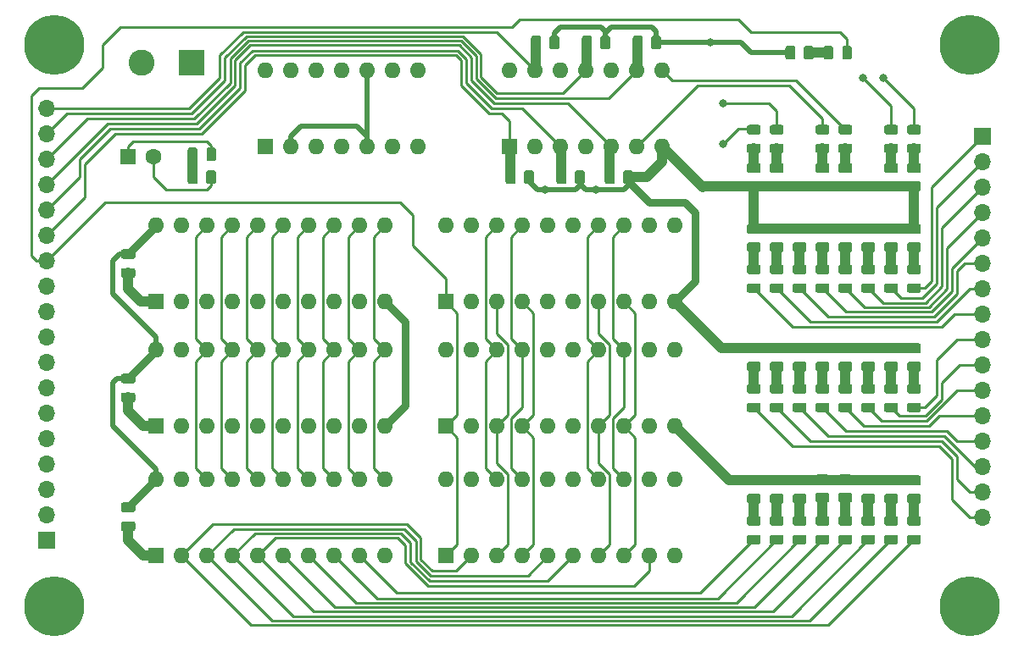
<source format=gbr>
%TF.GenerationSoftware,KiCad,Pcbnew,(5.1.9-0-10_14)*%
%TF.CreationDate,2021-07-04T10:57:10-04:00*%
%TF.ProjectId,register-smd,72656769-7374-4657-922d-736d642e6b69,rev?*%
%TF.SameCoordinates,Original*%
%TF.FileFunction,Copper,L1,Top*%
%TF.FilePolarity,Positive*%
%FSLAX46Y46*%
G04 Gerber Fmt 4.6, Leading zero omitted, Abs format (unit mm)*
G04 Created by KiCad (PCBNEW (5.1.9-0-10_14)) date 2021-07-04 10:57:10*
%MOMM*%
%LPD*%
G01*
G04 APERTURE LIST*
%TA.AperFunction,ComponentPad*%
%ADD10O,1.700000X1.700000*%
%TD*%
%TA.AperFunction,ComponentPad*%
%ADD11R,1.700000X1.700000*%
%TD*%
%TA.AperFunction,ComponentPad*%
%ADD12O,1.600000X1.600000*%
%TD*%
%TA.AperFunction,ComponentPad*%
%ADD13R,1.600000X1.600000*%
%TD*%
%TA.AperFunction,ComponentPad*%
%ADD14C,1.600000*%
%TD*%
%TA.AperFunction,ComponentPad*%
%ADD15C,0.800000*%
%TD*%
%TA.AperFunction,ComponentPad*%
%ADD16C,6.000000*%
%TD*%
%TA.AperFunction,ComponentPad*%
%ADD17C,2.600000*%
%TD*%
%TA.AperFunction,ComponentPad*%
%ADD18R,2.600000X2.600000*%
%TD*%
%TA.AperFunction,ViaPad*%
%ADD19C,0.800000*%
%TD*%
%TA.AperFunction,Conductor*%
%ADD20C,1.000000*%
%TD*%
%TA.AperFunction,Conductor*%
%ADD21C,0.500000*%
%TD*%
%TA.AperFunction,Conductor*%
%ADD22C,0.250000*%
%TD*%
%TA.AperFunction,Conductor*%
%ADD23C,0.750000*%
%TD*%
G04 APERTURE END LIST*
D10*
%TO.P,J2,16*%
%TO.N,/B7*%
X148590000Y-97028000D03*
%TO.P,J2,15*%
%TO.N,/B6*%
X148590000Y-94488000D03*
%TO.P,J2,14*%
%TO.N,/B5*%
X148590000Y-91948000D03*
%TO.P,J2,13*%
%TO.N,/B4*%
X148590000Y-89408000D03*
%TO.P,J2,12*%
%TO.N,/B3*%
X148590000Y-86868000D03*
%TO.P,J2,11*%
%TO.N,/B2*%
X148590000Y-84328000D03*
%TO.P,J2,10*%
%TO.N,/B1*%
X148590000Y-81788000D03*
%TO.P,J2,9*%
%TO.N,/B0*%
X148590000Y-79248000D03*
%TO.P,J2,8*%
%TO.N,/A7*%
X148590000Y-76708000D03*
%TO.P,J2,7*%
%TO.N,/A6*%
X148590000Y-74168000D03*
%TO.P,J2,6*%
%TO.N,/A5*%
X148590000Y-71628000D03*
%TO.P,J2,5*%
%TO.N,/A4*%
X148590000Y-69088000D03*
%TO.P,J2,4*%
%TO.N,/A3*%
X148590000Y-66548000D03*
%TO.P,J2,3*%
%TO.N,/A2*%
X148590000Y-64008000D03*
%TO.P,J2,2*%
%TO.N,/A1*%
X148590000Y-61468000D03*
D11*
%TO.P,J2,1*%
%TO.N,/A0*%
X148590000Y-58928000D03*
%TD*%
%TO.P,R38,2*%
%TO.N,GND*%
%TA.AperFunction,SMDPad,CuDef*%
G36*
G01*
X71012000Y-63442002D02*
X71012000Y-62541998D01*
G75*
G02*
X71261998Y-62292000I249998J0D01*
G01*
X71787002Y-62292000D01*
G75*
G02*
X72037000Y-62541998I0J-249998D01*
G01*
X72037000Y-63442002D01*
G75*
G02*
X71787002Y-63692000I-249998J0D01*
G01*
X71261998Y-63692000D01*
G75*
G02*
X71012000Y-63442002I0J249998D01*
G01*
G37*
%TD.AperFunction*%
%TO.P,R38,1*%
%TO.N,Net-(D32-Pad1)*%
%TA.AperFunction,SMDPad,CuDef*%
G36*
G01*
X69187000Y-63442002D02*
X69187000Y-62541998D01*
G75*
G02*
X69436998Y-62292000I249998J0D01*
G01*
X69962002Y-62292000D01*
G75*
G02*
X70212000Y-62541998I0J-249998D01*
G01*
X70212000Y-63442002D01*
G75*
G02*
X69962002Y-63692000I-249998J0D01*
G01*
X69436998Y-63692000D01*
G75*
G02*
X69187000Y-63442002I0J249998D01*
G01*
G37*
%TD.AperFunction*%
%TD*%
%TO.P,D32,2*%
%TO.N,VCC*%
%TA.AperFunction,SMDPad,CuDef*%
G36*
G01*
X71062000Y-61162250D02*
X71062000Y-60249750D01*
G75*
G02*
X71305750Y-60006000I243750J0D01*
G01*
X71793250Y-60006000D01*
G75*
G02*
X72037000Y-60249750I0J-243750D01*
G01*
X72037000Y-61162250D01*
G75*
G02*
X71793250Y-61406000I-243750J0D01*
G01*
X71305750Y-61406000D01*
G75*
G02*
X71062000Y-61162250I0J243750D01*
G01*
G37*
%TD.AperFunction*%
%TO.P,D32,1*%
%TO.N,Net-(D32-Pad1)*%
%TA.AperFunction,SMDPad,CuDef*%
G36*
G01*
X69187000Y-61162250D02*
X69187000Y-60249750D01*
G75*
G02*
X69430750Y-60006000I243750J0D01*
G01*
X69918250Y-60006000D01*
G75*
G02*
X70162000Y-60249750I0J-243750D01*
G01*
X70162000Y-61162250D01*
G75*
G02*
X69918250Y-61406000I-243750J0D01*
G01*
X69430750Y-61406000D01*
G75*
G02*
X69187000Y-61162250I0J243750D01*
G01*
G37*
%TD.AperFunction*%
%TD*%
D12*
%TO.P,U47,20*%
%TO.N,VCC*%
X66040000Y-67818000D03*
%TO.P,U47,10*%
%TO.N,GND*%
X88900000Y-75438000D03*
%TO.P,U47,19*%
%TO.N,AO*%
X68580000Y-67818000D03*
%TO.P,U47,9*%
%TO.N,/A7*%
X86360000Y-75438000D03*
%TO.P,U47,18*%
%TO.N,BUS_00*%
X71120000Y-67818000D03*
%TO.P,U47,8*%
%TO.N,/A6*%
X83820000Y-75438000D03*
%TO.P,U47,17*%
%TO.N,BUS_01*%
X73660000Y-67818000D03*
%TO.P,U47,7*%
%TO.N,/A5*%
X81280000Y-75438000D03*
%TO.P,U47,16*%
%TO.N,BUS_02*%
X76200000Y-67818000D03*
%TO.P,U47,6*%
%TO.N,/A4*%
X78740000Y-75438000D03*
%TO.P,U47,15*%
%TO.N,BUS_03*%
X78740000Y-67818000D03*
%TO.P,U47,5*%
%TO.N,/A3*%
X76200000Y-75438000D03*
%TO.P,U47,14*%
%TO.N,BUS_04*%
X81280000Y-67818000D03*
%TO.P,U47,4*%
%TO.N,/A2*%
X73660000Y-75438000D03*
%TO.P,U47,13*%
%TO.N,BUS_05*%
X83820000Y-67818000D03*
%TO.P,U47,3*%
%TO.N,/A1*%
X71120000Y-75438000D03*
%TO.P,U47,12*%
%TO.N,BUS_06*%
X86360000Y-67818000D03*
%TO.P,U47,2*%
%TO.N,/A0*%
X68580000Y-75438000D03*
%TO.P,U47,11*%
%TO.N,BUS_07*%
X88900000Y-67818000D03*
D13*
%TO.P,U47,1*%
%TO.N,GND*%
X66040000Y-75438000D03*
%TD*%
D12*
%TO.P,U7,20*%
%TO.N,VCC*%
X66040000Y-93218000D03*
%TO.P,U7,10*%
%TO.N,GND*%
X88900000Y-100838000D03*
%TO.P,U7,19*%
%TO.N,CO*%
X68580000Y-93218000D03*
%TO.P,U7,9*%
%TO.N,/C7*%
X86360000Y-100838000D03*
%TO.P,U7,18*%
%TO.N,BUS_00*%
X71120000Y-93218000D03*
%TO.P,U7,8*%
%TO.N,/C6*%
X83820000Y-100838000D03*
%TO.P,U7,17*%
%TO.N,BUS_01*%
X73660000Y-93218000D03*
%TO.P,U7,7*%
%TO.N,/C5*%
X81280000Y-100838000D03*
%TO.P,U7,16*%
%TO.N,BUS_02*%
X76200000Y-93218000D03*
%TO.P,U7,6*%
%TO.N,/C4*%
X78740000Y-100838000D03*
%TO.P,U7,15*%
%TO.N,BUS_03*%
X78740000Y-93218000D03*
%TO.P,U7,5*%
%TO.N,/C3*%
X76200000Y-100838000D03*
%TO.P,U7,14*%
%TO.N,BUS_04*%
X81280000Y-93218000D03*
%TO.P,U7,4*%
%TO.N,/C2*%
X73660000Y-100838000D03*
%TO.P,U7,13*%
%TO.N,BUS_05*%
X83820000Y-93218000D03*
%TO.P,U7,3*%
%TO.N,/C1*%
X71120000Y-100838000D03*
%TO.P,U7,12*%
%TO.N,BUS_06*%
X86360000Y-93218000D03*
%TO.P,U7,2*%
%TO.N,/C0*%
X68580000Y-100838000D03*
%TO.P,U7,11*%
%TO.N,BUS_07*%
X88900000Y-93218000D03*
D13*
%TO.P,U7,1*%
%TO.N,GND*%
X66040000Y-100838000D03*
%TD*%
D12*
%TO.P,U6,20*%
%TO.N,VCC*%
X94996000Y-93218000D03*
%TO.P,U6,10*%
%TO.N,GND*%
X117856000Y-100838000D03*
%TO.P,U6,19*%
%TO.N,/C7*%
X97536000Y-93218000D03*
%TO.P,U6,9*%
%TO.N,/C3*%
X115316000Y-100838000D03*
%TO.P,U6,18*%
%TO.N,BUS_07*%
X100076000Y-93218000D03*
%TO.P,U6,8*%
%TO.N,BUS_03*%
X112776000Y-100838000D03*
%TO.P,U6,17*%
%TO.N,BUS_06*%
X102616000Y-93218000D03*
%TO.P,U6,7*%
%TO.N,BUS_02*%
X110236000Y-100838000D03*
%TO.P,U6,16*%
%TO.N,/C6*%
X105156000Y-93218000D03*
%TO.P,U6,6*%
%TO.N,/C2*%
X107696000Y-100838000D03*
%TO.P,U6,15*%
%TO.N,/C5*%
X107696000Y-93218000D03*
%TO.P,U6,5*%
%TO.N,/C1*%
X105156000Y-100838000D03*
%TO.P,U6,14*%
%TO.N,BUS_05*%
X110236000Y-93218000D03*
%TO.P,U6,4*%
%TO.N,BUS_01*%
X102616000Y-100838000D03*
%TO.P,U6,13*%
%TO.N,BUS_04*%
X112776000Y-93218000D03*
%TO.P,U6,3*%
%TO.N,BUS_00*%
X100076000Y-100838000D03*
%TO.P,U6,12*%
%TO.N,/C4*%
X115316000Y-93218000D03*
%TO.P,U6,2*%
%TO.N,/C0*%
X97536000Y-100838000D03*
%TO.P,U6,11*%
%TO.N,Net-(U2-Pad8)*%
X117856000Y-93218000D03*
D13*
%TO.P,U6,1*%
%TO.N,MR*%
X94996000Y-100838000D03*
%TD*%
D12*
%TO.P,U5,20*%
%TO.N,VCC*%
X66040000Y-80264000D03*
%TO.P,U5,10*%
%TO.N,GND*%
X88900000Y-87884000D03*
%TO.P,U5,19*%
%TO.N,BO*%
X68580000Y-80264000D03*
%TO.P,U5,9*%
%TO.N,/B7*%
X86360000Y-87884000D03*
%TO.P,U5,18*%
%TO.N,BUS_00*%
X71120000Y-80264000D03*
%TO.P,U5,8*%
%TO.N,/B6*%
X83820000Y-87884000D03*
%TO.P,U5,17*%
%TO.N,BUS_01*%
X73660000Y-80264000D03*
%TO.P,U5,7*%
%TO.N,/B5*%
X81280000Y-87884000D03*
%TO.P,U5,16*%
%TO.N,BUS_02*%
X76200000Y-80264000D03*
%TO.P,U5,6*%
%TO.N,/B4*%
X78740000Y-87884000D03*
%TO.P,U5,15*%
%TO.N,BUS_03*%
X78740000Y-80264000D03*
%TO.P,U5,5*%
%TO.N,/B3*%
X76200000Y-87884000D03*
%TO.P,U5,14*%
%TO.N,BUS_04*%
X81280000Y-80264000D03*
%TO.P,U5,4*%
%TO.N,/B2*%
X73660000Y-87884000D03*
%TO.P,U5,13*%
%TO.N,BUS_05*%
X83820000Y-80264000D03*
%TO.P,U5,3*%
%TO.N,/B1*%
X71120000Y-87884000D03*
%TO.P,U5,12*%
%TO.N,BUS_06*%
X86360000Y-80264000D03*
%TO.P,U5,2*%
%TO.N,/B0*%
X68580000Y-87884000D03*
%TO.P,U5,11*%
%TO.N,BUS_07*%
X88900000Y-80264000D03*
D13*
%TO.P,U5,1*%
%TO.N,GND*%
X66040000Y-87884000D03*
%TD*%
D12*
%TO.P,U4,14*%
%TO.N,VCC*%
X101346000Y-52324000D03*
%TO.P,U4,7*%
%TO.N,GND*%
X116586000Y-59944000D03*
%TO.P,U4,13*%
%TO.N,!CO*%
X103886000Y-52324000D03*
%TO.P,U4,6*%
%TO.N,BI*%
X114046000Y-59944000D03*
%TO.P,U4,12*%
%TO.N,CO*%
X106426000Y-52324000D03*
%TO.P,U4,5*%
%TO.N,!BI*%
X111506000Y-59944000D03*
%TO.P,U4,11*%
%TO.N,!CI*%
X108966000Y-52324000D03*
%TO.P,U4,4*%
%TO.N,AO*%
X108966000Y-59944000D03*
%TO.P,U4,10*%
%TO.N,CI*%
X111506000Y-52324000D03*
%TO.P,U4,3*%
%TO.N,!AO*%
X106426000Y-59944000D03*
%TO.P,U4,9*%
%TO.N,!BO*%
X114046000Y-52324000D03*
%TO.P,U4,2*%
%TO.N,AI*%
X103886000Y-59944000D03*
%TO.P,U4,8*%
%TO.N,BO*%
X116586000Y-52324000D03*
D13*
%TO.P,U4,1*%
%TO.N,!AI*%
X101346000Y-59944000D03*
%TD*%
D12*
%TO.P,U3,20*%
%TO.N,VCC*%
X94996000Y-80264000D03*
%TO.P,U3,10*%
%TO.N,GND*%
X117856000Y-87884000D03*
%TO.P,U3,19*%
%TO.N,/B7*%
X97536000Y-80264000D03*
%TO.P,U3,9*%
%TO.N,/B3*%
X115316000Y-87884000D03*
%TO.P,U3,18*%
%TO.N,BUS_07*%
X100076000Y-80264000D03*
%TO.P,U3,8*%
%TO.N,BUS_03*%
X112776000Y-87884000D03*
%TO.P,U3,17*%
%TO.N,BUS_06*%
X102616000Y-80264000D03*
%TO.P,U3,7*%
%TO.N,BUS_02*%
X110236000Y-87884000D03*
%TO.P,U3,16*%
%TO.N,/B6*%
X105156000Y-80264000D03*
%TO.P,U3,6*%
%TO.N,/B2*%
X107696000Y-87884000D03*
%TO.P,U3,15*%
%TO.N,/B5*%
X107696000Y-80264000D03*
%TO.P,U3,5*%
%TO.N,/B1*%
X105156000Y-87884000D03*
%TO.P,U3,14*%
%TO.N,BUS_05*%
X110236000Y-80264000D03*
%TO.P,U3,4*%
%TO.N,BUS_01*%
X102616000Y-87884000D03*
%TO.P,U3,13*%
%TO.N,BUS_04*%
X112776000Y-80264000D03*
%TO.P,U3,3*%
%TO.N,BUS_00*%
X100076000Y-87884000D03*
%TO.P,U3,12*%
%TO.N,/B4*%
X115316000Y-80264000D03*
%TO.P,U3,2*%
%TO.N,/B0*%
X97536000Y-87884000D03*
%TO.P,U3,11*%
%TO.N,Net-(U2-Pad6)*%
X117856000Y-80264000D03*
D13*
%TO.P,U3,1*%
%TO.N,MR*%
X94996000Y-87884000D03*
%TD*%
D12*
%TO.P,U2,14*%
%TO.N,VCC*%
X76962000Y-52324000D03*
%TO.P,U2,7*%
%TO.N,GND*%
X92202000Y-59944000D03*
%TO.P,U2,13*%
%TO.N,N/C*%
X79502000Y-52324000D03*
%TO.P,U2,6*%
%TO.N,Net-(U2-Pad6)*%
X89662000Y-59944000D03*
%TO.P,U2,12*%
%TO.N,N/C*%
X82042000Y-52324000D03*
%TO.P,U2,5*%
%TO.N,CLOCK*%
X87122000Y-59944000D03*
%TO.P,U2,11*%
%TO.N,N/C*%
X84582000Y-52324000D03*
%TO.P,U2,4*%
%TO.N,BI*%
X84582000Y-59944000D03*
%TO.P,U2,10*%
%TO.N,CLOCK*%
X87122000Y-52324000D03*
%TO.P,U2,3*%
%TO.N,Net-(U1-Pad11)*%
X82042000Y-59944000D03*
%TO.P,U2,9*%
%TO.N,CI*%
X89662000Y-52324000D03*
%TO.P,U2,2*%
%TO.N,CLOCK*%
X79502000Y-59944000D03*
%TO.P,U2,8*%
%TO.N,Net-(U2-Pad8)*%
X92202000Y-52324000D03*
D13*
%TO.P,U2,1*%
%TO.N,AI*%
X76962000Y-59944000D03*
%TD*%
D12*
%TO.P,U1,20*%
%TO.N,VCC*%
X94996000Y-67818000D03*
%TO.P,U1,10*%
%TO.N,GND*%
X117856000Y-75438000D03*
%TO.P,U1,19*%
%TO.N,/A7*%
X97536000Y-67818000D03*
%TO.P,U1,9*%
%TO.N,/A3*%
X115316000Y-75438000D03*
%TO.P,U1,18*%
%TO.N,BUS_07*%
X100076000Y-67818000D03*
%TO.P,U1,8*%
%TO.N,BUS_03*%
X112776000Y-75438000D03*
%TO.P,U1,17*%
%TO.N,BUS_06*%
X102616000Y-67818000D03*
%TO.P,U1,7*%
%TO.N,BUS_02*%
X110236000Y-75438000D03*
%TO.P,U1,16*%
%TO.N,/A6*%
X105156000Y-67818000D03*
%TO.P,U1,6*%
%TO.N,/A2*%
X107696000Y-75438000D03*
%TO.P,U1,15*%
%TO.N,/A5*%
X107696000Y-67818000D03*
%TO.P,U1,5*%
%TO.N,/A1*%
X105156000Y-75438000D03*
%TO.P,U1,14*%
%TO.N,BUS_05*%
X110236000Y-67818000D03*
%TO.P,U1,4*%
%TO.N,BUS_01*%
X102616000Y-75438000D03*
%TO.P,U1,13*%
%TO.N,BUS_04*%
X112776000Y-67818000D03*
%TO.P,U1,3*%
%TO.N,BUS_00*%
X100076000Y-75438000D03*
%TO.P,U1,12*%
%TO.N,/A4*%
X115316000Y-67818000D03*
%TO.P,U1,2*%
%TO.N,/A0*%
X97536000Y-75438000D03*
%TO.P,U1,11*%
%TO.N,Net-(U1-Pad11)*%
X117856000Y-67818000D03*
D13*
%TO.P,U1,1*%
%TO.N,MR*%
X94996000Y-75438000D03*
%TD*%
%TO.P,R37,2*%
%TO.N,!CO*%
%TA.AperFunction,SMDPad,CuDef*%
G36*
G01*
X104502000Y-49079998D02*
X104502000Y-49980002D01*
G75*
G02*
X104252002Y-50230000I-249998J0D01*
G01*
X103726998Y-50230000D01*
G75*
G02*
X103477000Y-49980002I0J249998D01*
G01*
X103477000Y-49079998D01*
G75*
G02*
X103726998Y-48830000I249998J0D01*
G01*
X104252002Y-48830000D01*
G75*
G02*
X104502000Y-49079998I0J-249998D01*
G01*
G37*
%TD.AperFunction*%
%TO.P,R37,1*%
%TO.N,GND*%
%TA.AperFunction,SMDPad,CuDef*%
G36*
G01*
X106327000Y-49079998D02*
X106327000Y-49980002D01*
G75*
G02*
X106077002Y-50230000I-249998J0D01*
G01*
X105551998Y-50230000D01*
G75*
G02*
X105302000Y-49980002I0J249998D01*
G01*
X105302000Y-49079998D01*
G75*
G02*
X105551998Y-48830000I249998J0D01*
G01*
X106077002Y-48830000D01*
G75*
G02*
X106327000Y-49079998I0J-249998D01*
G01*
G37*
%TD.AperFunction*%
%TD*%
%TO.P,R36,2*%
%TO.N,!CI*%
%TA.AperFunction,SMDPad,CuDef*%
G36*
G01*
X109582000Y-49079998D02*
X109582000Y-49980002D01*
G75*
G02*
X109332002Y-50230000I-249998J0D01*
G01*
X108806998Y-50230000D01*
G75*
G02*
X108557000Y-49980002I0J249998D01*
G01*
X108557000Y-49079998D01*
G75*
G02*
X108806998Y-48830000I249998J0D01*
G01*
X109332002Y-48830000D01*
G75*
G02*
X109582000Y-49079998I0J-249998D01*
G01*
G37*
%TD.AperFunction*%
%TO.P,R36,1*%
%TO.N,GND*%
%TA.AperFunction,SMDPad,CuDef*%
G36*
G01*
X111407000Y-49079998D02*
X111407000Y-49980002D01*
G75*
G02*
X111157002Y-50230000I-249998J0D01*
G01*
X110631998Y-50230000D01*
G75*
G02*
X110382000Y-49980002I0J249998D01*
G01*
X110382000Y-49079998D01*
G75*
G02*
X110631998Y-48830000I249998J0D01*
G01*
X111157002Y-48830000D01*
G75*
G02*
X111407000Y-49079998I0J-249998D01*
G01*
G37*
%TD.AperFunction*%
%TD*%
%TO.P,R35,2*%
%TO.N,!BO*%
%TA.AperFunction,SMDPad,CuDef*%
G36*
G01*
X114662000Y-49079998D02*
X114662000Y-49980002D01*
G75*
G02*
X114412002Y-50230000I-249998J0D01*
G01*
X113886998Y-50230000D01*
G75*
G02*
X113637000Y-49980002I0J249998D01*
G01*
X113637000Y-49079998D01*
G75*
G02*
X113886998Y-48830000I249998J0D01*
G01*
X114412002Y-48830000D01*
G75*
G02*
X114662000Y-49079998I0J-249998D01*
G01*
G37*
%TD.AperFunction*%
%TO.P,R35,1*%
%TO.N,GND*%
%TA.AperFunction,SMDPad,CuDef*%
G36*
G01*
X116487000Y-49079998D02*
X116487000Y-49980002D01*
G75*
G02*
X116237002Y-50230000I-249998J0D01*
G01*
X115711998Y-50230000D01*
G75*
G02*
X115462000Y-49980002I0J249998D01*
G01*
X115462000Y-49079998D01*
G75*
G02*
X115711998Y-48830000I249998J0D01*
G01*
X116237002Y-48830000D01*
G75*
G02*
X116487000Y-49079998I0J-249998D01*
G01*
G37*
%TD.AperFunction*%
%TD*%
%TO.P,R34,2*%
%TO.N,!BI*%
%TA.AperFunction,SMDPad,CuDef*%
G36*
G01*
X111868000Y-62541998D02*
X111868000Y-63442002D01*
G75*
G02*
X111618002Y-63692000I-249998J0D01*
G01*
X111092998Y-63692000D01*
G75*
G02*
X110843000Y-63442002I0J249998D01*
G01*
X110843000Y-62541998D01*
G75*
G02*
X111092998Y-62292000I249998J0D01*
G01*
X111618002Y-62292000D01*
G75*
G02*
X111868000Y-62541998I0J-249998D01*
G01*
G37*
%TD.AperFunction*%
%TO.P,R34,1*%
%TO.N,GND*%
%TA.AperFunction,SMDPad,CuDef*%
G36*
G01*
X113693000Y-62541998D02*
X113693000Y-63442002D01*
G75*
G02*
X113443002Y-63692000I-249998J0D01*
G01*
X112917998Y-63692000D01*
G75*
G02*
X112668000Y-63442002I0J249998D01*
G01*
X112668000Y-62541998D01*
G75*
G02*
X112917998Y-62292000I249998J0D01*
G01*
X113443002Y-62292000D01*
G75*
G02*
X113693000Y-62541998I0J-249998D01*
G01*
G37*
%TD.AperFunction*%
%TD*%
%TO.P,R33,2*%
%TO.N,!AO*%
%TA.AperFunction,SMDPad,CuDef*%
G36*
G01*
X107042000Y-62541998D02*
X107042000Y-63442002D01*
G75*
G02*
X106792002Y-63692000I-249998J0D01*
G01*
X106266998Y-63692000D01*
G75*
G02*
X106017000Y-63442002I0J249998D01*
G01*
X106017000Y-62541998D01*
G75*
G02*
X106266998Y-62292000I249998J0D01*
G01*
X106792002Y-62292000D01*
G75*
G02*
X107042000Y-62541998I0J-249998D01*
G01*
G37*
%TD.AperFunction*%
%TO.P,R33,1*%
%TO.N,GND*%
%TA.AperFunction,SMDPad,CuDef*%
G36*
G01*
X108867000Y-62541998D02*
X108867000Y-63442002D01*
G75*
G02*
X108617002Y-63692000I-249998J0D01*
G01*
X108091998Y-63692000D01*
G75*
G02*
X107842000Y-63442002I0J249998D01*
G01*
X107842000Y-62541998D01*
G75*
G02*
X108091998Y-62292000I249998J0D01*
G01*
X108617002Y-62292000D01*
G75*
G02*
X108867000Y-62541998I0J-249998D01*
G01*
G37*
%TD.AperFunction*%
%TD*%
%TO.P,R32,2*%
%TO.N,!AI*%
%TA.AperFunction,SMDPad,CuDef*%
G36*
G01*
X101962000Y-62541998D02*
X101962000Y-63442002D01*
G75*
G02*
X101712002Y-63692000I-249998J0D01*
G01*
X101186998Y-63692000D01*
G75*
G02*
X100937000Y-63442002I0J249998D01*
G01*
X100937000Y-62541998D01*
G75*
G02*
X101186998Y-62292000I249998J0D01*
G01*
X101712002Y-62292000D01*
G75*
G02*
X101962000Y-62541998I0J-249998D01*
G01*
G37*
%TD.AperFunction*%
%TO.P,R32,1*%
%TO.N,GND*%
%TA.AperFunction,SMDPad,CuDef*%
G36*
G01*
X103787000Y-62541998D02*
X103787000Y-63442002D01*
G75*
G02*
X103537002Y-63692000I-249998J0D01*
G01*
X103011998Y-63692000D01*
G75*
G02*
X102762000Y-63442002I0J249998D01*
G01*
X102762000Y-62541998D01*
G75*
G02*
X103011998Y-62292000I249998J0D01*
G01*
X103537002Y-62292000D01*
G75*
G02*
X103787000Y-62541998I0J-249998D01*
G01*
G37*
%TD.AperFunction*%
%TD*%
D14*
%TO.P,C4,2*%
%TO.N,GND*%
X65746000Y-60960000D03*
D13*
%TO.P,C4,1*%
%TO.N,VCC*%
X63246000Y-60960000D03*
%TD*%
D10*
%TO.P,J8,18*%
%TO.N,!CO*%
X55118000Y-56134000D03*
%TO.P,J8,17*%
%TO.N,!CI*%
X55118000Y-58674000D03*
%TO.P,J8,16*%
%TO.N,!BO*%
X55118000Y-61214000D03*
%TO.P,J8,15*%
%TO.N,!BI*%
X55118000Y-63754000D03*
%TO.P,J8,14*%
%TO.N,!AO*%
X55118000Y-66294000D03*
%TO.P,J8,13*%
%TO.N,!AI*%
X55118000Y-68834000D03*
%TO.P,J8,12*%
%TO.N,MR*%
X55118000Y-71374000D03*
%TO.P,J8,11*%
%TO.N,CLOCK*%
X55118000Y-73914000D03*
%TO.P,J8,10*%
%TO.N,BUS_07*%
X55118000Y-76454000D03*
%TO.P,J8,9*%
%TO.N,BUS_06*%
X55118000Y-78994000D03*
%TO.P,J8,8*%
%TO.N,BUS_05*%
X55118000Y-81534000D03*
%TO.P,J8,7*%
%TO.N,BUS_04*%
X55118000Y-84074000D03*
%TO.P,J8,6*%
%TO.N,BUS_03*%
X55118000Y-86614000D03*
%TO.P,J8,5*%
%TO.N,BUS_02*%
X55118000Y-89154000D03*
%TO.P,J8,4*%
%TO.N,BUS_01*%
X55118000Y-91694000D03*
%TO.P,J8,3*%
%TO.N,BUS_00*%
X55118000Y-94234000D03*
%TO.P,J8,2*%
%TO.N,GND*%
X55118000Y-96774000D03*
D11*
%TO.P,J8,1*%
%TO.N,VCC*%
X55118000Y-99314000D03*
%TD*%
D15*
%TO.P,REF\u002A\u002A,1*%
%TO.N,N/C*%
X148910990Y-104327010D03*
X147320000Y-103668000D03*
X145729010Y-104327010D03*
X145070000Y-105918000D03*
X145729010Y-107508990D03*
X147320000Y-108168000D03*
X148910990Y-107508990D03*
X149570000Y-105918000D03*
D16*
X147320000Y-105918000D03*
%TD*%
%TO.P,REF\u002A\u002A,1*%
%TO.N,N/C*%
X147320000Y-49784000D03*
D15*
X149570000Y-49784000D03*
X148910990Y-51374990D03*
X147320000Y-52034000D03*
X145729010Y-51374990D03*
X145070000Y-49784000D03*
X145729010Y-48193010D03*
X147320000Y-47534000D03*
X148910990Y-48193010D03*
%TD*%
%TO.P,R31,2*%
%TO.N,GND*%
%TA.AperFunction,SMDPad,CuDef*%
G36*
G01*
X141281998Y-63392000D02*
X142182002Y-63392000D01*
G75*
G02*
X142432000Y-63641998I0J-249998D01*
G01*
X142432000Y-64167002D01*
G75*
G02*
X142182002Y-64417000I-249998J0D01*
G01*
X141281998Y-64417000D01*
G75*
G02*
X141032000Y-64167002I0J249998D01*
G01*
X141032000Y-63641998D01*
G75*
G02*
X141281998Y-63392000I249998J0D01*
G01*
G37*
%TD.AperFunction*%
%TO.P,R31,1*%
%TO.N,Net-(D31-Pad1)*%
%TA.AperFunction,SMDPad,CuDef*%
G36*
G01*
X141281998Y-61567000D02*
X142182002Y-61567000D01*
G75*
G02*
X142432000Y-61816998I0J-249998D01*
G01*
X142432000Y-62342002D01*
G75*
G02*
X142182002Y-62592000I-249998J0D01*
G01*
X141281998Y-62592000D01*
G75*
G02*
X141032000Y-62342002I0J249998D01*
G01*
X141032000Y-61816998D01*
G75*
G02*
X141281998Y-61567000I249998J0D01*
G01*
G37*
%TD.AperFunction*%
%TD*%
%TO.P,R30,2*%
%TO.N,GND*%
%TA.AperFunction,SMDPad,CuDef*%
G36*
G01*
X138995998Y-63392000D02*
X139896002Y-63392000D01*
G75*
G02*
X140146000Y-63641998I0J-249998D01*
G01*
X140146000Y-64167002D01*
G75*
G02*
X139896002Y-64417000I-249998J0D01*
G01*
X138995998Y-64417000D01*
G75*
G02*
X138746000Y-64167002I0J249998D01*
G01*
X138746000Y-63641998D01*
G75*
G02*
X138995998Y-63392000I249998J0D01*
G01*
G37*
%TD.AperFunction*%
%TO.P,R30,1*%
%TO.N,Net-(D30-Pad1)*%
%TA.AperFunction,SMDPad,CuDef*%
G36*
G01*
X138995998Y-61567000D02*
X139896002Y-61567000D01*
G75*
G02*
X140146000Y-61816998I0J-249998D01*
G01*
X140146000Y-62342002D01*
G75*
G02*
X139896002Y-62592000I-249998J0D01*
G01*
X138995998Y-62592000D01*
G75*
G02*
X138746000Y-62342002I0J249998D01*
G01*
X138746000Y-61816998D01*
G75*
G02*
X138995998Y-61567000I249998J0D01*
G01*
G37*
%TD.AperFunction*%
%TD*%
%TO.P,R29,2*%
%TO.N,GND*%
%TA.AperFunction,SMDPad,CuDef*%
G36*
G01*
X126180002Y-93834000D02*
X125279998Y-93834000D01*
G75*
G02*
X125030000Y-93584002I0J249998D01*
G01*
X125030000Y-93058998D01*
G75*
G02*
X125279998Y-92809000I249998J0D01*
G01*
X126180002Y-92809000D01*
G75*
G02*
X126430000Y-93058998I0J-249998D01*
G01*
X126430000Y-93584002D01*
G75*
G02*
X126180002Y-93834000I-249998J0D01*
G01*
G37*
%TD.AperFunction*%
%TO.P,R29,1*%
%TO.N,Net-(D29-Pad1)*%
%TA.AperFunction,SMDPad,CuDef*%
G36*
G01*
X126180002Y-95659000D02*
X125279998Y-95659000D01*
G75*
G02*
X125030000Y-95409002I0J249998D01*
G01*
X125030000Y-94883998D01*
G75*
G02*
X125279998Y-94634000I249998J0D01*
G01*
X126180002Y-94634000D01*
G75*
G02*
X126430000Y-94883998I0J-249998D01*
G01*
X126430000Y-95409002D01*
G75*
G02*
X126180002Y-95659000I-249998J0D01*
G01*
G37*
%TD.AperFunction*%
%TD*%
%TO.P,R28,2*%
%TO.N,GND*%
%TA.AperFunction,SMDPad,CuDef*%
G36*
G01*
X128466002Y-93834000D02*
X127565998Y-93834000D01*
G75*
G02*
X127316000Y-93584002I0J249998D01*
G01*
X127316000Y-93058998D01*
G75*
G02*
X127565998Y-92809000I249998J0D01*
G01*
X128466002Y-92809000D01*
G75*
G02*
X128716000Y-93058998I0J-249998D01*
G01*
X128716000Y-93584002D01*
G75*
G02*
X128466002Y-93834000I-249998J0D01*
G01*
G37*
%TD.AperFunction*%
%TO.P,R28,1*%
%TO.N,Net-(D28-Pad1)*%
%TA.AperFunction,SMDPad,CuDef*%
G36*
G01*
X128466002Y-95659000D02*
X127565998Y-95659000D01*
G75*
G02*
X127316000Y-95409002I0J249998D01*
G01*
X127316000Y-94883998D01*
G75*
G02*
X127565998Y-94634000I249998J0D01*
G01*
X128466002Y-94634000D01*
G75*
G02*
X128716000Y-94883998I0J-249998D01*
G01*
X128716000Y-95409002D01*
G75*
G02*
X128466002Y-95659000I-249998J0D01*
G01*
G37*
%TD.AperFunction*%
%TD*%
%TO.P,R27,2*%
%TO.N,GND*%
%TA.AperFunction,SMDPad,CuDef*%
G36*
G01*
X130752002Y-93834000D02*
X129851998Y-93834000D01*
G75*
G02*
X129602000Y-93584002I0J249998D01*
G01*
X129602000Y-93058998D01*
G75*
G02*
X129851998Y-92809000I249998J0D01*
G01*
X130752002Y-92809000D01*
G75*
G02*
X131002000Y-93058998I0J-249998D01*
G01*
X131002000Y-93584002D01*
G75*
G02*
X130752002Y-93834000I-249998J0D01*
G01*
G37*
%TD.AperFunction*%
%TO.P,R27,1*%
%TO.N,Net-(D27-Pad1)*%
%TA.AperFunction,SMDPad,CuDef*%
G36*
G01*
X130752002Y-95659000D02*
X129851998Y-95659000D01*
G75*
G02*
X129602000Y-95409002I0J249998D01*
G01*
X129602000Y-94883998D01*
G75*
G02*
X129851998Y-94634000I249998J0D01*
G01*
X130752002Y-94634000D01*
G75*
G02*
X131002000Y-94883998I0J-249998D01*
G01*
X131002000Y-95409002D01*
G75*
G02*
X130752002Y-95659000I-249998J0D01*
G01*
G37*
%TD.AperFunction*%
%TD*%
%TO.P,R26,2*%
%TO.N,GND*%
%TA.AperFunction,SMDPad,CuDef*%
G36*
G01*
X133038002Y-93730500D02*
X132137998Y-93730500D01*
G75*
G02*
X131888000Y-93480502I0J249998D01*
G01*
X131888000Y-92955498D01*
G75*
G02*
X132137998Y-92705500I249998J0D01*
G01*
X133038002Y-92705500D01*
G75*
G02*
X133288000Y-92955498I0J-249998D01*
G01*
X133288000Y-93480502D01*
G75*
G02*
X133038002Y-93730500I-249998J0D01*
G01*
G37*
%TD.AperFunction*%
%TO.P,R26,1*%
%TO.N,Net-(D26-Pad1)*%
%TA.AperFunction,SMDPad,CuDef*%
G36*
G01*
X133038002Y-95555500D02*
X132137998Y-95555500D01*
G75*
G02*
X131888000Y-95305502I0J249998D01*
G01*
X131888000Y-94780498D01*
G75*
G02*
X132137998Y-94530500I249998J0D01*
G01*
X133038002Y-94530500D01*
G75*
G02*
X133288000Y-94780498I0J-249998D01*
G01*
X133288000Y-95305502D01*
G75*
G02*
X133038002Y-95555500I-249998J0D01*
G01*
G37*
%TD.AperFunction*%
%TD*%
%TO.P,R25,2*%
%TO.N,GND*%
%TA.AperFunction,SMDPad,CuDef*%
G36*
G01*
X135324002Y-93730500D02*
X134423998Y-93730500D01*
G75*
G02*
X134174000Y-93480502I0J249998D01*
G01*
X134174000Y-92955498D01*
G75*
G02*
X134423998Y-92705500I249998J0D01*
G01*
X135324002Y-92705500D01*
G75*
G02*
X135574000Y-92955498I0J-249998D01*
G01*
X135574000Y-93480502D01*
G75*
G02*
X135324002Y-93730500I-249998J0D01*
G01*
G37*
%TD.AperFunction*%
%TO.P,R25,1*%
%TO.N,Net-(D25-Pad1)*%
%TA.AperFunction,SMDPad,CuDef*%
G36*
G01*
X135324002Y-95555500D02*
X134423998Y-95555500D01*
G75*
G02*
X134174000Y-95305502I0J249998D01*
G01*
X134174000Y-94780498D01*
G75*
G02*
X134423998Y-94530500I249998J0D01*
G01*
X135324002Y-94530500D01*
G75*
G02*
X135574000Y-94780498I0J-249998D01*
G01*
X135574000Y-95305502D01*
G75*
G02*
X135324002Y-95555500I-249998J0D01*
G01*
G37*
%TD.AperFunction*%
%TD*%
%TO.P,R24,2*%
%TO.N,GND*%
%TA.AperFunction,SMDPad,CuDef*%
G36*
G01*
X137610002Y-93834000D02*
X136709998Y-93834000D01*
G75*
G02*
X136460000Y-93584002I0J249998D01*
G01*
X136460000Y-93058998D01*
G75*
G02*
X136709998Y-92809000I249998J0D01*
G01*
X137610002Y-92809000D01*
G75*
G02*
X137860000Y-93058998I0J-249998D01*
G01*
X137860000Y-93584002D01*
G75*
G02*
X137610002Y-93834000I-249998J0D01*
G01*
G37*
%TD.AperFunction*%
%TO.P,R24,1*%
%TO.N,Net-(D24-Pad1)*%
%TA.AperFunction,SMDPad,CuDef*%
G36*
G01*
X137610002Y-95659000D02*
X136709998Y-95659000D01*
G75*
G02*
X136460000Y-95409002I0J249998D01*
G01*
X136460000Y-94883998D01*
G75*
G02*
X136709998Y-94634000I249998J0D01*
G01*
X137610002Y-94634000D01*
G75*
G02*
X137860000Y-94883998I0J-249998D01*
G01*
X137860000Y-95409002D01*
G75*
G02*
X137610002Y-95659000I-249998J0D01*
G01*
G37*
%TD.AperFunction*%
%TD*%
%TO.P,R23,2*%
%TO.N,GND*%
%TA.AperFunction,SMDPad,CuDef*%
G36*
G01*
X139896002Y-93834000D02*
X138995998Y-93834000D01*
G75*
G02*
X138746000Y-93584002I0J249998D01*
G01*
X138746000Y-93058998D01*
G75*
G02*
X138995998Y-92809000I249998J0D01*
G01*
X139896002Y-92809000D01*
G75*
G02*
X140146000Y-93058998I0J-249998D01*
G01*
X140146000Y-93584002D01*
G75*
G02*
X139896002Y-93834000I-249998J0D01*
G01*
G37*
%TD.AperFunction*%
%TO.P,R23,1*%
%TO.N,Net-(D23-Pad1)*%
%TA.AperFunction,SMDPad,CuDef*%
G36*
G01*
X139896002Y-95659000D02*
X138995998Y-95659000D01*
G75*
G02*
X138746000Y-95409002I0J249998D01*
G01*
X138746000Y-94883998D01*
G75*
G02*
X138995998Y-94634000I249998J0D01*
G01*
X139896002Y-94634000D01*
G75*
G02*
X140146000Y-94883998I0J-249998D01*
G01*
X140146000Y-95409002D01*
G75*
G02*
X139896002Y-95659000I-249998J0D01*
G01*
G37*
%TD.AperFunction*%
%TD*%
%TO.P,R22,2*%
%TO.N,GND*%
%TA.AperFunction,SMDPad,CuDef*%
G36*
G01*
X142182002Y-93834000D02*
X141281998Y-93834000D01*
G75*
G02*
X141032000Y-93584002I0J249998D01*
G01*
X141032000Y-93058998D01*
G75*
G02*
X141281998Y-92809000I249998J0D01*
G01*
X142182002Y-92809000D01*
G75*
G02*
X142432000Y-93058998I0J-249998D01*
G01*
X142432000Y-93584002D01*
G75*
G02*
X142182002Y-93834000I-249998J0D01*
G01*
G37*
%TD.AperFunction*%
%TO.P,R22,1*%
%TO.N,Net-(D22-Pad1)*%
%TA.AperFunction,SMDPad,CuDef*%
G36*
G01*
X142182002Y-95659000D02*
X141281998Y-95659000D01*
G75*
G02*
X141032000Y-95409002I0J249998D01*
G01*
X141032000Y-94883998D01*
G75*
G02*
X141281998Y-94634000I249998J0D01*
G01*
X142182002Y-94634000D01*
G75*
G02*
X142432000Y-94883998I0J-249998D01*
G01*
X142432000Y-95409002D01*
G75*
G02*
X142182002Y-95659000I-249998J0D01*
G01*
G37*
%TD.AperFunction*%
%TD*%
%TO.P,D31,2*%
%TO.N,CO*%
%TA.AperFunction,SMDPad,CuDef*%
G36*
G01*
X142188250Y-58732000D02*
X141275750Y-58732000D01*
G75*
G02*
X141032000Y-58488250I0J243750D01*
G01*
X141032000Y-58000750D01*
G75*
G02*
X141275750Y-57757000I243750J0D01*
G01*
X142188250Y-57757000D01*
G75*
G02*
X142432000Y-58000750I0J-243750D01*
G01*
X142432000Y-58488250D01*
G75*
G02*
X142188250Y-58732000I-243750J0D01*
G01*
G37*
%TD.AperFunction*%
%TO.P,D31,1*%
%TO.N,Net-(D31-Pad1)*%
%TA.AperFunction,SMDPad,CuDef*%
G36*
G01*
X142188250Y-60607000D02*
X141275750Y-60607000D01*
G75*
G02*
X141032000Y-60363250I0J243750D01*
G01*
X141032000Y-59875750D01*
G75*
G02*
X141275750Y-59632000I243750J0D01*
G01*
X142188250Y-59632000D01*
G75*
G02*
X142432000Y-59875750I0J-243750D01*
G01*
X142432000Y-60363250D01*
G75*
G02*
X142188250Y-60607000I-243750J0D01*
G01*
G37*
%TD.AperFunction*%
%TD*%
%TO.P,D30,2*%
%TO.N,CI*%
%TA.AperFunction,SMDPad,CuDef*%
G36*
G01*
X139902250Y-58732000D02*
X138989750Y-58732000D01*
G75*
G02*
X138746000Y-58488250I0J243750D01*
G01*
X138746000Y-58000750D01*
G75*
G02*
X138989750Y-57757000I243750J0D01*
G01*
X139902250Y-57757000D01*
G75*
G02*
X140146000Y-58000750I0J-243750D01*
G01*
X140146000Y-58488250D01*
G75*
G02*
X139902250Y-58732000I-243750J0D01*
G01*
G37*
%TD.AperFunction*%
%TO.P,D30,1*%
%TO.N,Net-(D30-Pad1)*%
%TA.AperFunction,SMDPad,CuDef*%
G36*
G01*
X139902250Y-60607000D02*
X138989750Y-60607000D01*
G75*
G02*
X138746000Y-60363250I0J243750D01*
G01*
X138746000Y-59875750D01*
G75*
G02*
X138989750Y-59632000I243750J0D01*
G01*
X139902250Y-59632000D01*
G75*
G02*
X140146000Y-59875750I0J-243750D01*
G01*
X140146000Y-60363250D01*
G75*
G02*
X139902250Y-60607000I-243750J0D01*
G01*
G37*
%TD.AperFunction*%
%TD*%
%TO.P,D29,2*%
%TO.N,/C7*%
%TA.AperFunction,SMDPad,CuDef*%
G36*
G01*
X125273750Y-98748000D02*
X126186250Y-98748000D01*
G75*
G02*
X126430000Y-98991750I0J-243750D01*
G01*
X126430000Y-99479250D01*
G75*
G02*
X126186250Y-99723000I-243750J0D01*
G01*
X125273750Y-99723000D01*
G75*
G02*
X125030000Y-99479250I0J243750D01*
G01*
X125030000Y-98991750D01*
G75*
G02*
X125273750Y-98748000I243750J0D01*
G01*
G37*
%TD.AperFunction*%
%TO.P,D29,1*%
%TO.N,Net-(D29-Pad1)*%
%TA.AperFunction,SMDPad,CuDef*%
G36*
G01*
X125273750Y-96873000D02*
X126186250Y-96873000D01*
G75*
G02*
X126430000Y-97116750I0J-243750D01*
G01*
X126430000Y-97604250D01*
G75*
G02*
X126186250Y-97848000I-243750J0D01*
G01*
X125273750Y-97848000D01*
G75*
G02*
X125030000Y-97604250I0J243750D01*
G01*
X125030000Y-97116750D01*
G75*
G02*
X125273750Y-96873000I243750J0D01*
G01*
G37*
%TD.AperFunction*%
%TD*%
%TO.P,D28,2*%
%TO.N,/C6*%
%TA.AperFunction,SMDPad,CuDef*%
G36*
G01*
X127559750Y-98748000D02*
X128472250Y-98748000D01*
G75*
G02*
X128716000Y-98991750I0J-243750D01*
G01*
X128716000Y-99479250D01*
G75*
G02*
X128472250Y-99723000I-243750J0D01*
G01*
X127559750Y-99723000D01*
G75*
G02*
X127316000Y-99479250I0J243750D01*
G01*
X127316000Y-98991750D01*
G75*
G02*
X127559750Y-98748000I243750J0D01*
G01*
G37*
%TD.AperFunction*%
%TO.P,D28,1*%
%TO.N,Net-(D28-Pad1)*%
%TA.AperFunction,SMDPad,CuDef*%
G36*
G01*
X127559750Y-96873000D02*
X128472250Y-96873000D01*
G75*
G02*
X128716000Y-97116750I0J-243750D01*
G01*
X128716000Y-97604250D01*
G75*
G02*
X128472250Y-97848000I-243750J0D01*
G01*
X127559750Y-97848000D01*
G75*
G02*
X127316000Y-97604250I0J243750D01*
G01*
X127316000Y-97116750D01*
G75*
G02*
X127559750Y-96873000I243750J0D01*
G01*
G37*
%TD.AperFunction*%
%TD*%
%TO.P,D27,2*%
%TO.N,/C5*%
%TA.AperFunction,SMDPad,CuDef*%
G36*
G01*
X129845750Y-98748000D02*
X130758250Y-98748000D01*
G75*
G02*
X131002000Y-98991750I0J-243750D01*
G01*
X131002000Y-99479250D01*
G75*
G02*
X130758250Y-99723000I-243750J0D01*
G01*
X129845750Y-99723000D01*
G75*
G02*
X129602000Y-99479250I0J243750D01*
G01*
X129602000Y-98991750D01*
G75*
G02*
X129845750Y-98748000I243750J0D01*
G01*
G37*
%TD.AperFunction*%
%TO.P,D27,1*%
%TO.N,Net-(D27-Pad1)*%
%TA.AperFunction,SMDPad,CuDef*%
G36*
G01*
X129845750Y-96873000D02*
X130758250Y-96873000D01*
G75*
G02*
X131002000Y-97116750I0J-243750D01*
G01*
X131002000Y-97604250D01*
G75*
G02*
X130758250Y-97848000I-243750J0D01*
G01*
X129845750Y-97848000D01*
G75*
G02*
X129602000Y-97604250I0J243750D01*
G01*
X129602000Y-97116750D01*
G75*
G02*
X129845750Y-96873000I243750J0D01*
G01*
G37*
%TD.AperFunction*%
%TD*%
%TO.P,D26,2*%
%TO.N,/C4*%
%TA.AperFunction,SMDPad,CuDef*%
G36*
G01*
X132131750Y-98748000D02*
X133044250Y-98748000D01*
G75*
G02*
X133288000Y-98991750I0J-243750D01*
G01*
X133288000Y-99479250D01*
G75*
G02*
X133044250Y-99723000I-243750J0D01*
G01*
X132131750Y-99723000D01*
G75*
G02*
X131888000Y-99479250I0J243750D01*
G01*
X131888000Y-98991750D01*
G75*
G02*
X132131750Y-98748000I243750J0D01*
G01*
G37*
%TD.AperFunction*%
%TO.P,D26,1*%
%TO.N,Net-(D26-Pad1)*%
%TA.AperFunction,SMDPad,CuDef*%
G36*
G01*
X132131750Y-96873000D02*
X133044250Y-96873000D01*
G75*
G02*
X133288000Y-97116750I0J-243750D01*
G01*
X133288000Y-97604250D01*
G75*
G02*
X133044250Y-97848000I-243750J0D01*
G01*
X132131750Y-97848000D01*
G75*
G02*
X131888000Y-97604250I0J243750D01*
G01*
X131888000Y-97116750D01*
G75*
G02*
X132131750Y-96873000I243750J0D01*
G01*
G37*
%TD.AperFunction*%
%TD*%
%TO.P,D25,2*%
%TO.N,/C3*%
%TA.AperFunction,SMDPad,CuDef*%
G36*
G01*
X134417750Y-98748000D02*
X135330250Y-98748000D01*
G75*
G02*
X135574000Y-98991750I0J-243750D01*
G01*
X135574000Y-99479250D01*
G75*
G02*
X135330250Y-99723000I-243750J0D01*
G01*
X134417750Y-99723000D01*
G75*
G02*
X134174000Y-99479250I0J243750D01*
G01*
X134174000Y-98991750D01*
G75*
G02*
X134417750Y-98748000I243750J0D01*
G01*
G37*
%TD.AperFunction*%
%TO.P,D25,1*%
%TO.N,Net-(D25-Pad1)*%
%TA.AperFunction,SMDPad,CuDef*%
G36*
G01*
X134417750Y-96873000D02*
X135330250Y-96873000D01*
G75*
G02*
X135574000Y-97116750I0J-243750D01*
G01*
X135574000Y-97604250D01*
G75*
G02*
X135330250Y-97848000I-243750J0D01*
G01*
X134417750Y-97848000D01*
G75*
G02*
X134174000Y-97604250I0J243750D01*
G01*
X134174000Y-97116750D01*
G75*
G02*
X134417750Y-96873000I243750J0D01*
G01*
G37*
%TD.AperFunction*%
%TD*%
%TO.P,D24,2*%
%TO.N,/C2*%
%TA.AperFunction,SMDPad,CuDef*%
G36*
G01*
X136703750Y-98748000D02*
X137616250Y-98748000D01*
G75*
G02*
X137860000Y-98991750I0J-243750D01*
G01*
X137860000Y-99479250D01*
G75*
G02*
X137616250Y-99723000I-243750J0D01*
G01*
X136703750Y-99723000D01*
G75*
G02*
X136460000Y-99479250I0J243750D01*
G01*
X136460000Y-98991750D01*
G75*
G02*
X136703750Y-98748000I243750J0D01*
G01*
G37*
%TD.AperFunction*%
%TO.P,D24,1*%
%TO.N,Net-(D24-Pad1)*%
%TA.AperFunction,SMDPad,CuDef*%
G36*
G01*
X136703750Y-96873000D02*
X137616250Y-96873000D01*
G75*
G02*
X137860000Y-97116750I0J-243750D01*
G01*
X137860000Y-97604250D01*
G75*
G02*
X137616250Y-97848000I-243750J0D01*
G01*
X136703750Y-97848000D01*
G75*
G02*
X136460000Y-97604250I0J243750D01*
G01*
X136460000Y-97116750D01*
G75*
G02*
X136703750Y-96873000I243750J0D01*
G01*
G37*
%TD.AperFunction*%
%TD*%
%TO.P,D23,2*%
%TO.N,/C1*%
%TA.AperFunction,SMDPad,CuDef*%
G36*
G01*
X138989750Y-98748000D02*
X139902250Y-98748000D01*
G75*
G02*
X140146000Y-98991750I0J-243750D01*
G01*
X140146000Y-99479250D01*
G75*
G02*
X139902250Y-99723000I-243750J0D01*
G01*
X138989750Y-99723000D01*
G75*
G02*
X138746000Y-99479250I0J243750D01*
G01*
X138746000Y-98991750D01*
G75*
G02*
X138989750Y-98748000I243750J0D01*
G01*
G37*
%TD.AperFunction*%
%TO.P,D23,1*%
%TO.N,Net-(D23-Pad1)*%
%TA.AperFunction,SMDPad,CuDef*%
G36*
G01*
X138989750Y-96873000D02*
X139902250Y-96873000D01*
G75*
G02*
X140146000Y-97116750I0J-243750D01*
G01*
X140146000Y-97604250D01*
G75*
G02*
X139902250Y-97848000I-243750J0D01*
G01*
X138989750Y-97848000D01*
G75*
G02*
X138746000Y-97604250I0J243750D01*
G01*
X138746000Y-97116750D01*
G75*
G02*
X138989750Y-96873000I243750J0D01*
G01*
G37*
%TD.AperFunction*%
%TD*%
%TO.P,D22,2*%
%TO.N,/C0*%
%TA.AperFunction,SMDPad,CuDef*%
G36*
G01*
X141275750Y-98748000D02*
X142188250Y-98748000D01*
G75*
G02*
X142432000Y-98991750I0J-243750D01*
G01*
X142432000Y-99479250D01*
G75*
G02*
X142188250Y-99723000I-243750J0D01*
G01*
X141275750Y-99723000D01*
G75*
G02*
X141032000Y-99479250I0J243750D01*
G01*
X141032000Y-98991750D01*
G75*
G02*
X141275750Y-98748000I243750J0D01*
G01*
G37*
%TD.AperFunction*%
%TO.P,D22,1*%
%TO.N,Net-(D22-Pad1)*%
%TA.AperFunction,SMDPad,CuDef*%
G36*
G01*
X141275750Y-96873000D02*
X142188250Y-96873000D01*
G75*
G02*
X142432000Y-97116750I0J-243750D01*
G01*
X142432000Y-97604250D01*
G75*
G02*
X142188250Y-97848000I-243750J0D01*
G01*
X141275750Y-97848000D01*
G75*
G02*
X141032000Y-97604250I0J243750D01*
G01*
X141032000Y-97116750D01*
G75*
G02*
X141275750Y-96873000I243750J0D01*
G01*
G37*
%TD.AperFunction*%
%TD*%
D16*
%TO.P,REF\u002A\u002A,1*%
%TO.N,N/C*%
X55880000Y-105918000D03*
D15*
X58130000Y-105918000D03*
X57470990Y-107508990D03*
X55880000Y-108168000D03*
X54289010Y-107508990D03*
X53630000Y-105918000D03*
X54289010Y-104327010D03*
X55880000Y-103668000D03*
X57470990Y-104327010D03*
%TD*%
D17*
%TO.P,J1,2*%
%TO.N,VCC*%
X64596000Y-51562000D03*
D18*
%TO.P,J1,1*%
%TO.N,GND*%
X69596000Y-51562000D03*
%TD*%
D15*
%TO.P,REF\u002A\u002A,1*%
%TO.N,N/C*%
X57470990Y-48193010D03*
X55880000Y-47534000D03*
X54289010Y-48193010D03*
X53630000Y-49784000D03*
X54289010Y-51374990D03*
X55880000Y-52034000D03*
X57470990Y-51374990D03*
X58130000Y-49784000D03*
D16*
X55880000Y-49784000D03*
%TD*%
%TO.P,R21,2*%
%TO.N,GND*%
%TA.AperFunction,SMDPad,CuDef*%
G36*
G01*
X134423998Y-63392000D02*
X135324002Y-63392000D01*
G75*
G02*
X135574000Y-63641998I0J-249998D01*
G01*
X135574000Y-64167002D01*
G75*
G02*
X135324002Y-64417000I-249998J0D01*
G01*
X134423998Y-64417000D01*
G75*
G02*
X134174000Y-64167002I0J249998D01*
G01*
X134174000Y-63641998D01*
G75*
G02*
X134423998Y-63392000I249998J0D01*
G01*
G37*
%TD.AperFunction*%
%TO.P,R21,1*%
%TO.N,Net-(D21-Pad1)*%
%TA.AperFunction,SMDPad,CuDef*%
G36*
G01*
X134423998Y-61567000D02*
X135324002Y-61567000D01*
G75*
G02*
X135574000Y-61816998I0J-249998D01*
G01*
X135574000Y-62342002D01*
G75*
G02*
X135324002Y-62592000I-249998J0D01*
G01*
X134423998Y-62592000D01*
G75*
G02*
X134174000Y-62342002I0J249998D01*
G01*
X134174000Y-61816998D01*
G75*
G02*
X134423998Y-61567000I249998J0D01*
G01*
G37*
%TD.AperFunction*%
%TD*%
%TO.P,R20,2*%
%TO.N,GND*%
%TA.AperFunction,SMDPad,CuDef*%
G36*
G01*
X132137998Y-63392000D02*
X133038002Y-63392000D01*
G75*
G02*
X133288000Y-63641998I0J-249998D01*
G01*
X133288000Y-64167002D01*
G75*
G02*
X133038002Y-64417000I-249998J0D01*
G01*
X132137998Y-64417000D01*
G75*
G02*
X131888000Y-64167002I0J249998D01*
G01*
X131888000Y-63641998D01*
G75*
G02*
X132137998Y-63392000I249998J0D01*
G01*
G37*
%TD.AperFunction*%
%TO.P,R20,1*%
%TO.N,Net-(D20-Pad1)*%
%TA.AperFunction,SMDPad,CuDef*%
G36*
G01*
X132137998Y-61567000D02*
X133038002Y-61567000D01*
G75*
G02*
X133288000Y-61816998I0J-249998D01*
G01*
X133288000Y-62342002D01*
G75*
G02*
X133038002Y-62592000I-249998J0D01*
G01*
X132137998Y-62592000D01*
G75*
G02*
X131888000Y-62342002I0J249998D01*
G01*
X131888000Y-61816998D01*
G75*
G02*
X132137998Y-61567000I249998J0D01*
G01*
G37*
%TD.AperFunction*%
%TD*%
%TO.P,R19,2*%
%TO.N,GND*%
%TA.AperFunction,SMDPad,CuDef*%
G36*
G01*
X126180002Y-80626000D02*
X125279998Y-80626000D01*
G75*
G02*
X125030000Y-80376002I0J249998D01*
G01*
X125030000Y-79850998D01*
G75*
G02*
X125279998Y-79601000I249998J0D01*
G01*
X126180002Y-79601000D01*
G75*
G02*
X126430000Y-79850998I0J-249998D01*
G01*
X126430000Y-80376002D01*
G75*
G02*
X126180002Y-80626000I-249998J0D01*
G01*
G37*
%TD.AperFunction*%
%TO.P,R19,1*%
%TO.N,Net-(D19-Pad1)*%
%TA.AperFunction,SMDPad,CuDef*%
G36*
G01*
X126180002Y-82451000D02*
X125279998Y-82451000D01*
G75*
G02*
X125030000Y-82201002I0J249998D01*
G01*
X125030000Y-81675998D01*
G75*
G02*
X125279998Y-81426000I249998J0D01*
G01*
X126180002Y-81426000D01*
G75*
G02*
X126430000Y-81675998I0J-249998D01*
G01*
X126430000Y-82201002D01*
G75*
G02*
X126180002Y-82451000I-249998J0D01*
G01*
G37*
%TD.AperFunction*%
%TD*%
%TO.P,R18,2*%
%TO.N,GND*%
%TA.AperFunction,SMDPad,CuDef*%
G36*
G01*
X128466002Y-80626000D02*
X127565998Y-80626000D01*
G75*
G02*
X127316000Y-80376002I0J249998D01*
G01*
X127316000Y-79850998D01*
G75*
G02*
X127565998Y-79601000I249998J0D01*
G01*
X128466002Y-79601000D01*
G75*
G02*
X128716000Y-79850998I0J-249998D01*
G01*
X128716000Y-80376002D01*
G75*
G02*
X128466002Y-80626000I-249998J0D01*
G01*
G37*
%TD.AperFunction*%
%TO.P,R18,1*%
%TO.N,Net-(D18-Pad1)*%
%TA.AperFunction,SMDPad,CuDef*%
G36*
G01*
X128466002Y-82451000D02*
X127565998Y-82451000D01*
G75*
G02*
X127316000Y-82201002I0J249998D01*
G01*
X127316000Y-81675998D01*
G75*
G02*
X127565998Y-81426000I249998J0D01*
G01*
X128466002Y-81426000D01*
G75*
G02*
X128716000Y-81675998I0J-249998D01*
G01*
X128716000Y-82201002D01*
G75*
G02*
X128466002Y-82451000I-249998J0D01*
G01*
G37*
%TD.AperFunction*%
%TD*%
%TO.P,R17,2*%
%TO.N,GND*%
%TA.AperFunction,SMDPad,CuDef*%
G36*
G01*
X130752002Y-80626000D02*
X129851998Y-80626000D01*
G75*
G02*
X129602000Y-80376002I0J249998D01*
G01*
X129602000Y-79850998D01*
G75*
G02*
X129851998Y-79601000I249998J0D01*
G01*
X130752002Y-79601000D01*
G75*
G02*
X131002000Y-79850998I0J-249998D01*
G01*
X131002000Y-80376002D01*
G75*
G02*
X130752002Y-80626000I-249998J0D01*
G01*
G37*
%TD.AperFunction*%
%TO.P,R17,1*%
%TO.N,Net-(D17-Pad1)*%
%TA.AperFunction,SMDPad,CuDef*%
G36*
G01*
X130752002Y-82451000D02*
X129851998Y-82451000D01*
G75*
G02*
X129602000Y-82201002I0J249998D01*
G01*
X129602000Y-81675998D01*
G75*
G02*
X129851998Y-81426000I249998J0D01*
G01*
X130752002Y-81426000D01*
G75*
G02*
X131002000Y-81675998I0J-249998D01*
G01*
X131002000Y-82201002D01*
G75*
G02*
X130752002Y-82451000I-249998J0D01*
G01*
G37*
%TD.AperFunction*%
%TD*%
%TO.P,R16,2*%
%TO.N,GND*%
%TA.AperFunction,SMDPad,CuDef*%
G36*
G01*
X133038002Y-80626000D02*
X132137998Y-80626000D01*
G75*
G02*
X131888000Y-80376002I0J249998D01*
G01*
X131888000Y-79850998D01*
G75*
G02*
X132137998Y-79601000I249998J0D01*
G01*
X133038002Y-79601000D01*
G75*
G02*
X133288000Y-79850998I0J-249998D01*
G01*
X133288000Y-80376002D01*
G75*
G02*
X133038002Y-80626000I-249998J0D01*
G01*
G37*
%TD.AperFunction*%
%TO.P,R16,1*%
%TO.N,Net-(D16-Pad1)*%
%TA.AperFunction,SMDPad,CuDef*%
G36*
G01*
X133038002Y-82451000D02*
X132137998Y-82451000D01*
G75*
G02*
X131888000Y-82201002I0J249998D01*
G01*
X131888000Y-81675998D01*
G75*
G02*
X132137998Y-81426000I249998J0D01*
G01*
X133038002Y-81426000D01*
G75*
G02*
X133288000Y-81675998I0J-249998D01*
G01*
X133288000Y-82201002D01*
G75*
G02*
X133038002Y-82451000I-249998J0D01*
G01*
G37*
%TD.AperFunction*%
%TD*%
%TO.P,R15,2*%
%TO.N,GND*%
%TA.AperFunction,SMDPad,CuDef*%
G36*
G01*
X135324002Y-80626000D02*
X134423998Y-80626000D01*
G75*
G02*
X134174000Y-80376002I0J249998D01*
G01*
X134174000Y-79850998D01*
G75*
G02*
X134423998Y-79601000I249998J0D01*
G01*
X135324002Y-79601000D01*
G75*
G02*
X135574000Y-79850998I0J-249998D01*
G01*
X135574000Y-80376002D01*
G75*
G02*
X135324002Y-80626000I-249998J0D01*
G01*
G37*
%TD.AperFunction*%
%TO.P,R15,1*%
%TO.N,Net-(D15-Pad1)*%
%TA.AperFunction,SMDPad,CuDef*%
G36*
G01*
X135324002Y-82451000D02*
X134423998Y-82451000D01*
G75*
G02*
X134174000Y-82201002I0J249998D01*
G01*
X134174000Y-81675998D01*
G75*
G02*
X134423998Y-81426000I249998J0D01*
G01*
X135324002Y-81426000D01*
G75*
G02*
X135574000Y-81675998I0J-249998D01*
G01*
X135574000Y-82201002D01*
G75*
G02*
X135324002Y-82451000I-249998J0D01*
G01*
G37*
%TD.AperFunction*%
%TD*%
%TO.P,R14,2*%
%TO.N,GND*%
%TA.AperFunction,SMDPad,CuDef*%
G36*
G01*
X137610002Y-80626000D02*
X136709998Y-80626000D01*
G75*
G02*
X136460000Y-80376002I0J249998D01*
G01*
X136460000Y-79850998D01*
G75*
G02*
X136709998Y-79601000I249998J0D01*
G01*
X137610002Y-79601000D01*
G75*
G02*
X137860000Y-79850998I0J-249998D01*
G01*
X137860000Y-80376002D01*
G75*
G02*
X137610002Y-80626000I-249998J0D01*
G01*
G37*
%TD.AperFunction*%
%TO.P,R14,1*%
%TO.N,Net-(D14-Pad1)*%
%TA.AperFunction,SMDPad,CuDef*%
G36*
G01*
X137610002Y-82451000D02*
X136709998Y-82451000D01*
G75*
G02*
X136460000Y-82201002I0J249998D01*
G01*
X136460000Y-81675998D01*
G75*
G02*
X136709998Y-81426000I249998J0D01*
G01*
X137610002Y-81426000D01*
G75*
G02*
X137860000Y-81675998I0J-249998D01*
G01*
X137860000Y-82201002D01*
G75*
G02*
X137610002Y-82451000I-249998J0D01*
G01*
G37*
%TD.AperFunction*%
%TD*%
%TO.P,R13,2*%
%TO.N,GND*%
%TA.AperFunction,SMDPad,CuDef*%
G36*
G01*
X139896002Y-80626000D02*
X138995998Y-80626000D01*
G75*
G02*
X138746000Y-80376002I0J249998D01*
G01*
X138746000Y-79850998D01*
G75*
G02*
X138995998Y-79601000I249998J0D01*
G01*
X139896002Y-79601000D01*
G75*
G02*
X140146000Y-79850998I0J-249998D01*
G01*
X140146000Y-80376002D01*
G75*
G02*
X139896002Y-80626000I-249998J0D01*
G01*
G37*
%TD.AperFunction*%
%TO.P,R13,1*%
%TO.N,Net-(D13-Pad1)*%
%TA.AperFunction,SMDPad,CuDef*%
G36*
G01*
X139896002Y-82451000D02*
X138995998Y-82451000D01*
G75*
G02*
X138746000Y-82201002I0J249998D01*
G01*
X138746000Y-81675998D01*
G75*
G02*
X138995998Y-81426000I249998J0D01*
G01*
X139896002Y-81426000D01*
G75*
G02*
X140146000Y-81675998I0J-249998D01*
G01*
X140146000Y-82201002D01*
G75*
G02*
X139896002Y-82451000I-249998J0D01*
G01*
G37*
%TD.AperFunction*%
%TD*%
%TO.P,R12,2*%
%TO.N,GND*%
%TA.AperFunction,SMDPad,CuDef*%
G36*
G01*
X142182002Y-80626000D02*
X141281998Y-80626000D01*
G75*
G02*
X141032000Y-80376002I0J249998D01*
G01*
X141032000Y-79850998D01*
G75*
G02*
X141281998Y-79601000I249998J0D01*
G01*
X142182002Y-79601000D01*
G75*
G02*
X142432000Y-79850998I0J-249998D01*
G01*
X142432000Y-80376002D01*
G75*
G02*
X142182002Y-80626000I-249998J0D01*
G01*
G37*
%TD.AperFunction*%
%TO.P,R12,1*%
%TO.N,Net-(D12-Pad1)*%
%TA.AperFunction,SMDPad,CuDef*%
G36*
G01*
X142182002Y-82451000D02*
X141281998Y-82451000D01*
G75*
G02*
X141032000Y-82201002I0J249998D01*
G01*
X141032000Y-81675998D01*
G75*
G02*
X141281998Y-81426000I249998J0D01*
G01*
X142182002Y-81426000D01*
G75*
G02*
X142432000Y-81675998I0J-249998D01*
G01*
X142432000Y-82201002D01*
G75*
G02*
X142182002Y-82451000I-249998J0D01*
G01*
G37*
%TD.AperFunction*%
%TD*%
%TO.P,D21,2*%
%TO.N,BO*%
%TA.AperFunction,SMDPad,CuDef*%
G36*
G01*
X135330250Y-58732000D02*
X134417750Y-58732000D01*
G75*
G02*
X134174000Y-58488250I0J243750D01*
G01*
X134174000Y-58000750D01*
G75*
G02*
X134417750Y-57757000I243750J0D01*
G01*
X135330250Y-57757000D01*
G75*
G02*
X135574000Y-58000750I0J-243750D01*
G01*
X135574000Y-58488250D01*
G75*
G02*
X135330250Y-58732000I-243750J0D01*
G01*
G37*
%TD.AperFunction*%
%TO.P,D21,1*%
%TO.N,Net-(D21-Pad1)*%
%TA.AperFunction,SMDPad,CuDef*%
G36*
G01*
X135330250Y-60607000D02*
X134417750Y-60607000D01*
G75*
G02*
X134174000Y-60363250I0J243750D01*
G01*
X134174000Y-59875750D01*
G75*
G02*
X134417750Y-59632000I243750J0D01*
G01*
X135330250Y-59632000D01*
G75*
G02*
X135574000Y-59875750I0J-243750D01*
G01*
X135574000Y-60363250D01*
G75*
G02*
X135330250Y-60607000I-243750J0D01*
G01*
G37*
%TD.AperFunction*%
%TD*%
%TO.P,D20,2*%
%TO.N,BI*%
%TA.AperFunction,SMDPad,CuDef*%
G36*
G01*
X133044250Y-58732000D02*
X132131750Y-58732000D01*
G75*
G02*
X131888000Y-58488250I0J243750D01*
G01*
X131888000Y-58000750D01*
G75*
G02*
X132131750Y-57757000I243750J0D01*
G01*
X133044250Y-57757000D01*
G75*
G02*
X133288000Y-58000750I0J-243750D01*
G01*
X133288000Y-58488250D01*
G75*
G02*
X133044250Y-58732000I-243750J0D01*
G01*
G37*
%TD.AperFunction*%
%TO.P,D20,1*%
%TO.N,Net-(D20-Pad1)*%
%TA.AperFunction,SMDPad,CuDef*%
G36*
G01*
X133044250Y-60607000D02*
X132131750Y-60607000D01*
G75*
G02*
X131888000Y-60363250I0J243750D01*
G01*
X131888000Y-59875750D01*
G75*
G02*
X132131750Y-59632000I243750J0D01*
G01*
X133044250Y-59632000D01*
G75*
G02*
X133288000Y-59875750I0J-243750D01*
G01*
X133288000Y-60363250D01*
G75*
G02*
X133044250Y-60607000I-243750J0D01*
G01*
G37*
%TD.AperFunction*%
%TD*%
%TO.P,D19,2*%
%TO.N,/B7*%
%TA.AperFunction,SMDPad,CuDef*%
G36*
G01*
X125273750Y-85540000D02*
X126186250Y-85540000D01*
G75*
G02*
X126430000Y-85783750I0J-243750D01*
G01*
X126430000Y-86271250D01*
G75*
G02*
X126186250Y-86515000I-243750J0D01*
G01*
X125273750Y-86515000D01*
G75*
G02*
X125030000Y-86271250I0J243750D01*
G01*
X125030000Y-85783750D01*
G75*
G02*
X125273750Y-85540000I243750J0D01*
G01*
G37*
%TD.AperFunction*%
%TO.P,D19,1*%
%TO.N,Net-(D19-Pad1)*%
%TA.AperFunction,SMDPad,CuDef*%
G36*
G01*
X125273750Y-83665000D02*
X126186250Y-83665000D01*
G75*
G02*
X126430000Y-83908750I0J-243750D01*
G01*
X126430000Y-84396250D01*
G75*
G02*
X126186250Y-84640000I-243750J0D01*
G01*
X125273750Y-84640000D01*
G75*
G02*
X125030000Y-84396250I0J243750D01*
G01*
X125030000Y-83908750D01*
G75*
G02*
X125273750Y-83665000I243750J0D01*
G01*
G37*
%TD.AperFunction*%
%TD*%
%TO.P,D18,2*%
%TO.N,/B6*%
%TA.AperFunction,SMDPad,CuDef*%
G36*
G01*
X127559750Y-85540000D02*
X128472250Y-85540000D01*
G75*
G02*
X128716000Y-85783750I0J-243750D01*
G01*
X128716000Y-86271250D01*
G75*
G02*
X128472250Y-86515000I-243750J0D01*
G01*
X127559750Y-86515000D01*
G75*
G02*
X127316000Y-86271250I0J243750D01*
G01*
X127316000Y-85783750D01*
G75*
G02*
X127559750Y-85540000I243750J0D01*
G01*
G37*
%TD.AperFunction*%
%TO.P,D18,1*%
%TO.N,Net-(D18-Pad1)*%
%TA.AperFunction,SMDPad,CuDef*%
G36*
G01*
X127559750Y-83665000D02*
X128472250Y-83665000D01*
G75*
G02*
X128716000Y-83908750I0J-243750D01*
G01*
X128716000Y-84396250D01*
G75*
G02*
X128472250Y-84640000I-243750J0D01*
G01*
X127559750Y-84640000D01*
G75*
G02*
X127316000Y-84396250I0J243750D01*
G01*
X127316000Y-83908750D01*
G75*
G02*
X127559750Y-83665000I243750J0D01*
G01*
G37*
%TD.AperFunction*%
%TD*%
%TO.P,D17,2*%
%TO.N,/B5*%
%TA.AperFunction,SMDPad,CuDef*%
G36*
G01*
X129845750Y-85540000D02*
X130758250Y-85540000D01*
G75*
G02*
X131002000Y-85783750I0J-243750D01*
G01*
X131002000Y-86271250D01*
G75*
G02*
X130758250Y-86515000I-243750J0D01*
G01*
X129845750Y-86515000D01*
G75*
G02*
X129602000Y-86271250I0J243750D01*
G01*
X129602000Y-85783750D01*
G75*
G02*
X129845750Y-85540000I243750J0D01*
G01*
G37*
%TD.AperFunction*%
%TO.P,D17,1*%
%TO.N,Net-(D17-Pad1)*%
%TA.AperFunction,SMDPad,CuDef*%
G36*
G01*
X129845750Y-83665000D02*
X130758250Y-83665000D01*
G75*
G02*
X131002000Y-83908750I0J-243750D01*
G01*
X131002000Y-84396250D01*
G75*
G02*
X130758250Y-84640000I-243750J0D01*
G01*
X129845750Y-84640000D01*
G75*
G02*
X129602000Y-84396250I0J243750D01*
G01*
X129602000Y-83908750D01*
G75*
G02*
X129845750Y-83665000I243750J0D01*
G01*
G37*
%TD.AperFunction*%
%TD*%
%TO.P,D16,2*%
%TO.N,/B4*%
%TA.AperFunction,SMDPad,CuDef*%
G36*
G01*
X132131750Y-85540000D02*
X133044250Y-85540000D01*
G75*
G02*
X133288000Y-85783750I0J-243750D01*
G01*
X133288000Y-86271250D01*
G75*
G02*
X133044250Y-86515000I-243750J0D01*
G01*
X132131750Y-86515000D01*
G75*
G02*
X131888000Y-86271250I0J243750D01*
G01*
X131888000Y-85783750D01*
G75*
G02*
X132131750Y-85540000I243750J0D01*
G01*
G37*
%TD.AperFunction*%
%TO.P,D16,1*%
%TO.N,Net-(D16-Pad1)*%
%TA.AperFunction,SMDPad,CuDef*%
G36*
G01*
X132131750Y-83665000D02*
X133044250Y-83665000D01*
G75*
G02*
X133288000Y-83908750I0J-243750D01*
G01*
X133288000Y-84396250D01*
G75*
G02*
X133044250Y-84640000I-243750J0D01*
G01*
X132131750Y-84640000D01*
G75*
G02*
X131888000Y-84396250I0J243750D01*
G01*
X131888000Y-83908750D01*
G75*
G02*
X132131750Y-83665000I243750J0D01*
G01*
G37*
%TD.AperFunction*%
%TD*%
%TO.P,D15,2*%
%TO.N,/B3*%
%TA.AperFunction,SMDPad,CuDef*%
G36*
G01*
X134417750Y-85540000D02*
X135330250Y-85540000D01*
G75*
G02*
X135574000Y-85783750I0J-243750D01*
G01*
X135574000Y-86271250D01*
G75*
G02*
X135330250Y-86515000I-243750J0D01*
G01*
X134417750Y-86515000D01*
G75*
G02*
X134174000Y-86271250I0J243750D01*
G01*
X134174000Y-85783750D01*
G75*
G02*
X134417750Y-85540000I243750J0D01*
G01*
G37*
%TD.AperFunction*%
%TO.P,D15,1*%
%TO.N,Net-(D15-Pad1)*%
%TA.AperFunction,SMDPad,CuDef*%
G36*
G01*
X134417750Y-83665000D02*
X135330250Y-83665000D01*
G75*
G02*
X135574000Y-83908750I0J-243750D01*
G01*
X135574000Y-84396250D01*
G75*
G02*
X135330250Y-84640000I-243750J0D01*
G01*
X134417750Y-84640000D01*
G75*
G02*
X134174000Y-84396250I0J243750D01*
G01*
X134174000Y-83908750D01*
G75*
G02*
X134417750Y-83665000I243750J0D01*
G01*
G37*
%TD.AperFunction*%
%TD*%
%TO.P,D14,2*%
%TO.N,/B2*%
%TA.AperFunction,SMDPad,CuDef*%
G36*
G01*
X136703750Y-85540000D02*
X137616250Y-85540000D01*
G75*
G02*
X137860000Y-85783750I0J-243750D01*
G01*
X137860000Y-86271250D01*
G75*
G02*
X137616250Y-86515000I-243750J0D01*
G01*
X136703750Y-86515000D01*
G75*
G02*
X136460000Y-86271250I0J243750D01*
G01*
X136460000Y-85783750D01*
G75*
G02*
X136703750Y-85540000I243750J0D01*
G01*
G37*
%TD.AperFunction*%
%TO.P,D14,1*%
%TO.N,Net-(D14-Pad1)*%
%TA.AperFunction,SMDPad,CuDef*%
G36*
G01*
X136703750Y-83665000D02*
X137616250Y-83665000D01*
G75*
G02*
X137860000Y-83908750I0J-243750D01*
G01*
X137860000Y-84396250D01*
G75*
G02*
X137616250Y-84640000I-243750J0D01*
G01*
X136703750Y-84640000D01*
G75*
G02*
X136460000Y-84396250I0J243750D01*
G01*
X136460000Y-83908750D01*
G75*
G02*
X136703750Y-83665000I243750J0D01*
G01*
G37*
%TD.AperFunction*%
%TD*%
%TO.P,D13,2*%
%TO.N,/B1*%
%TA.AperFunction,SMDPad,CuDef*%
G36*
G01*
X138989750Y-85540000D02*
X139902250Y-85540000D01*
G75*
G02*
X140146000Y-85783750I0J-243750D01*
G01*
X140146000Y-86271250D01*
G75*
G02*
X139902250Y-86515000I-243750J0D01*
G01*
X138989750Y-86515000D01*
G75*
G02*
X138746000Y-86271250I0J243750D01*
G01*
X138746000Y-85783750D01*
G75*
G02*
X138989750Y-85540000I243750J0D01*
G01*
G37*
%TD.AperFunction*%
%TO.P,D13,1*%
%TO.N,Net-(D13-Pad1)*%
%TA.AperFunction,SMDPad,CuDef*%
G36*
G01*
X138989750Y-83665000D02*
X139902250Y-83665000D01*
G75*
G02*
X140146000Y-83908750I0J-243750D01*
G01*
X140146000Y-84396250D01*
G75*
G02*
X139902250Y-84640000I-243750J0D01*
G01*
X138989750Y-84640000D01*
G75*
G02*
X138746000Y-84396250I0J243750D01*
G01*
X138746000Y-83908750D01*
G75*
G02*
X138989750Y-83665000I243750J0D01*
G01*
G37*
%TD.AperFunction*%
%TD*%
%TO.P,D12,2*%
%TO.N,/B0*%
%TA.AperFunction,SMDPad,CuDef*%
G36*
G01*
X141275750Y-85540000D02*
X142188250Y-85540000D01*
G75*
G02*
X142432000Y-85783750I0J-243750D01*
G01*
X142432000Y-86271250D01*
G75*
G02*
X142188250Y-86515000I-243750J0D01*
G01*
X141275750Y-86515000D01*
G75*
G02*
X141032000Y-86271250I0J243750D01*
G01*
X141032000Y-85783750D01*
G75*
G02*
X141275750Y-85540000I243750J0D01*
G01*
G37*
%TD.AperFunction*%
%TO.P,D12,1*%
%TO.N,Net-(D12-Pad1)*%
%TA.AperFunction,SMDPad,CuDef*%
G36*
G01*
X141275750Y-83665000D02*
X142188250Y-83665000D01*
G75*
G02*
X142432000Y-83908750I0J-243750D01*
G01*
X142432000Y-84396250D01*
G75*
G02*
X142188250Y-84640000I-243750J0D01*
G01*
X141275750Y-84640000D01*
G75*
G02*
X141032000Y-84396250I0J243750D01*
G01*
X141032000Y-83908750D01*
G75*
G02*
X141275750Y-83665000I243750J0D01*
G01*
G37*
%TD.AperFunction*%
%TD*%
%TO.P,C3,2*%
%TO.N,GND*%
%TA.AperFunction,SMDPad,CuDef*%
G36*
G01*
X62771000Y-97412000D02*
X63721000Y-97412000D01*
G75*
G02*
X63971000Y-97662000I0J-250000D01*
G01*
X63971000Y-98162000D01*
G75*
G02*
X63721000Y-98412000I-250000J0D01*
G01*
X62771000Y-98412000D01*
G75*
G02*
X62521000Y-98162000I0J250000D01*
G01*
X62521000Y-97662000D01*
G75*
G02*
X62771000Y-97412000I250000J0D01*
G01*
G37*
%TD.AperFunction*%
%TO.P,C3,1*%
%TO.N,VCC*%
%TA.AperFunction,SMDPad,CuDef*%
G36*
G01*
X62771000Y-95512000D02*
X63721000Y-95512000D01*
G75*
G02*
X63971000Y-95762000I0J-250000D01*
G01*
X63971000Y-96262000D01*
G75*
G02*
X63721000Y-96512000I-250000J0D01*
G01*
X62771000Y-96512000D01*
G75*
G02*
X62521000Y-96262000I0J250000D01*
G01*
X62521000Y-95762000D01*
G75*
G02*
X62771000Y-95512000I250000J0D01*
G01*
G37*
%TD.AperFunction*%
%TD*%
%TO.P,C2,2*%
%TO.N,GND*%
%TA.AperFunction,SMDPad,CuDef*%
G36*
G01*
X62771000Y-84524000D02*
X63721000Y-84524000D01*
G75*
G02*
X63971000Y-84774000I0J-250000D01*
G01*
X63971000Y-85274000D01*
G75*
G02*
X63721000Y-85524000I-250000J0D01*
G01*
X62771000Y-85524000D01*
G75*
G02*
X62521000Y-85274000I0J250000D01*
G01*
X62521000Y-84774000D01*
G75*
G02*
X62771000Y-84524000I250000J0D01*
G01*
G37*
%TD.AperFunction*%
%TO.P,C2,1*%
%TO.N,VCC*%
%TA.AperFunction,SMDPad,CuDef*%
G36*
G01*
X62771000Y-82624000D02*
X63721000Y-82624000D01*
G75*
G02*
X63971000Y-82874000I0J-250000D01*
G01*
X63971000Y-83374000D01*
G75*
G02*
X63721000Y-83624000I-250000J0D01*
G01*
X62771000Y-83624000D01*
G75*
G02*
X62521000Y-83374000I0J250000D01*
G01*
X62521000Y-82874000D01*
G75*
G02*
X62771000Y-82624000I250000J0D01*
G01*
G37*
%TD.AperFunction*%
%TD*%
%TO.P,C1,2*%
%TO.N,GND*%
%TA.AperFunction,SMDPad,CuDef*%
G36*
G01*
X62771000Y-72078000D02*
X63721000Y-72078000D01*
G75*
G02*
X63971000Y-72328000I0J-250000D01*
G01*
X63971000Y-72828000D01*
G75*
G02*
X63721000Y-73078000I-250000J0D01*
G01*
X62771000Y-73078000D01*
G75*
G02*
X62521000Y-72828000I0J250000D01*
G01*
X62521000Y-72328000D01*
G75*
G02*
X62771000Y-72078000I250000J0D01*
G01*
G37*
%TD.AperFunction*%
%TO.P,C1,1*%
%TO.N,VCC*%
%TA.AperFunction,SMDPad,CuDef*%
G36*
G01*
X62771000Y-70178000D02*
X63721000Y-70178000D01*
G75*
G02*
X63971000Y-70428000I0J-250000D01*
G01*
X63971000Y-70928000D01*
G75*
G02*
X63721000Y-71178000I-250000J0D01*
G01*
X62771000Y-71178000D01*
G75*
G02*
X62521000Y-70928000I0J250000D01*
G01*
X62521000Y-70428000D01*
G75*
G02*
X62771000Y-70178000I250000J0D01*
G01*
G37*
%TD.AperFunction*%
%TD*%
%TO.P,R11,2*%
%TO.N,GND*%
%TA.AperFunction,SMDPad,CuDef*%
G36*
G01*
X127565998Y-63392000D02*
X128466002Y-63392000D01*
G75*
G02*
X128716000Y-63641998I0J-249998D01*
G01*
X128716000Y-64167002D01*
G75*
G02*
X128466002Y-64417000I-249998J0D01*
G01*
X127565998Y-64417000D01*
G75*
G02*
X127316000Y-64167002I0J249998D01*
G01*
X127316000Y-63641998D01*
G75*
G02*
X127565998Y-63392000I249998J0D01*
G01*
G37*
%TD.AperFunction*%
%TO.P,R11,1*%
%TO.N,Net-(D11-Pad1)*%
%TA.AperFunction,SMDPad,CuDef*%
G36*
G01*
X127565998Y-61567000D02*
X128466002Y-61567000D01*
G75*
G02*
X128716000Y-61816998I0J-249998D01*
G01*
X128716000Y-62342002D01*
G75*
G02*
X128466002Y-62592000I-249998J0D01*
G01*
X127565998Y-62592000D01*
G75*
G02*
X127316000Y-62342002I0J249998D01*
G01*
X127316000Y-61816998D01*
G75*
G02*
X127565998Y-61567000I249998J0D01*
G01*
G37*
%TD.AperFunction*%
%TD*%
%TO.P,R10,2*%
%TO.N,GND*%
%TA.AperFunction,SMDPad,CuDef*%
G36*
G01*
X129902000Y-50095998D02*
X129902000Y-50996002D01*
G75*
G02*
X129652002Y-51246000I-249998J0D01*
G01*
X129126998Y-51246000D01*
G75*
G02*
X128877000Y-50996002I0J249998D01*
G01*
X128877000Y-50095998D01*
G75*
G02*
X129126998Y-49846000I249998J0D01*
G01*
X129652002Y-49846000D01*
G75*
G02*
X129902000Y-50095998I0J-249998D01*
G01*
G37*
%TD.AperFunction*%
%TO.P,R10,1*%
%TO.N,Net-(D10-Pad1)*%
%TA.AperFunction,SMDPad,CuDef*%
G36*
G01*
X131727000Y-50095998D02*
X131727000Y-50996002D01*
G75*
G02*
X131477002Y-51246000I-249998J0D01*
G01*
X130951998Y-51246000D01*
G75*
G02*
X130702000Y-50996002I0J249998D01*
G01*
X130702000Y-50095998D01*
G75*
G02*
X130951998Y-49846000I249998J0D01*
G01*
X131477002Y-49846000D01*
G75*
G02*
X131727000Y-50095998I0J-249998D01*
G01*
G37*
%TD.AperFunction*%
%TD*%
%TO.P,R9,2*%
%TO.N,GND*%
%TA.AperFunction,SMDPad,CuDef*%
G36*
G01*
X125279998Y-63392000D02*
X126180002Y-63392000D01*
G75*
G02*
X126430000Y-63641998I0J-249998D01*
G01*
X126430000Y-64167002D01*
G75*
G02*
X126180002Y-64417000I-249998J0D01*
G01*
X125279998Y-64417000D01*
G75*
G02*
X125030000Y-64167002I0J249998D01*
G01*
X125030000Y-63641998D01*
G75*
G02*
X125279998Y-63392000I249998J0D01*
G01*
G37*
%TD.AperFunction*%
%TO.P,R9,1*%
%TO.N,Net-(D9-Pad1)*%
%TA.AperFunction,SMDPad,CuDef*%
G36*
G01*
X125279998Y-61567000D02*
X126180002Y-61567000D01*
G75*
G02*
X126430000Y-61816998I0J-249998D01*
G01*
X126430000Y-62342002D01*
G75*
G02*
X126180002Y-62592000I-249998J0D01*
G01*
X125279998Y-62592000D01*
G75*
G02*
X125030000Y-62342002I0J249998D01*
G01*
X125030000Y-61816998D01*
G75*
G02*
X125279998Y-61567000I249998J0D01*
G01*
G37*
%TD.AperFunction*%
%TD*%
%TO.P,R8,2*%
%TO.N,GND*%
%TA.AperFunction,SMDPad,CuDef*%
G36*
G01*
X126180002Y-68688000D02*
X125279998Y-68688000D01*
G75*
G02*
X125030000Y-68438002I0J249998D01*
G01*
X125030000Y-67912998D01*
G75*
G02*
X125279998Y-67663000I249998J0D01*
G01*
X126180002Y-67663000D01*
G75*
G02*
X126430000Y-67912998I0J-249998D01*
G01*
X126430000Y-68438002D01*
G75*
G02*
X126180002Y-68688000I-249998J0D01*
G01*
G37*
%TD.AperFunction*%
%TO.P,R8,1*%
%TO.N,Net-(D8-Pad1)*%
%TA.AperFunction,SMDPad,CuDef*%
G36*
G01*
X126180002Y-70513000D02*
X125279998Y-70513000D01*
G75*
G02*
X125030000Y-70263002I0J249998D01*
G01*
X125030000Y-69737998D01*
G75*
G02*
X125279998Y-69488000I249998J0D01*
G01*
X126180002Y-69488000D01*
G75*
G02*
X126430000Y-69737998I0J-249998D01*
G01*
X126430000Y-70263002D01*
G75*
G02*
X126180002Y-70513000I-249998J0D01*
G01*
G37*
%TD.AperFunction*%
%TD*%
%TO.P,R7,2*%
%TO.N,GND*%
%TA.AperFunction,SMDPad,CuDef*%
G36*
G01*
X128466002Y-68688000D02*
X127565998Y-68688000D01*
G75*
G02*
X127316000Y-68438002I0J249998D01*
G01*
X127316000Y-67912998D01*
G75*
G02*
X127565998Y-67663000I249998J0D01*
G01*
X128466002Y-67663000D01*
G75*
G02*
X128716000Y-67912998I0J-249998D01*
G01*
X128716000Y-68438002D01*
G75*
G02*
X128466002Y-68688000I-249998J0D01*
G01*
G37*
%TD.AperFunction*%
%TO.P,R7,1*%
%TO.N,Net-(D7-Pad1)*%
%TA.AperFunction,SMDPad,CuDef*%
G36*
G01*
X128466002Y-70513000D02*
X127565998Y-70513000D01*
G75*
G02*
X127316000Y-70263002I0J249998D01*
G01*
X127316000Y-69737998D01*
G75*
G02*
X127565998Y-69488000I249998J0D01*
G01*
X128466002Y-69488000D01*
G75*
G02*
X128716000Y-69737998I0J-249998D01*
G01*
X128716000Y-70263002D01*
G75*
G02*
X128466002Y-70513000I-249998J0D01*
G01*
G37*
%TD.AperFunction*%
%TD*%
%TO.P,R6,2*%
%TO.N,GND*%
%TA.AperFunction,SMDPad,CuDef*%
G36*
G01*
X130752002Y-68688000D02*
X129851998Y-68688000D01*
G75*
G02*
X129602000Y-68438002I0J249998D01*
G01*
X129602000Y-67912998D01*
G75*
G02*
X129851998Y-67663000I249998J0D01*
G01*
X130752002Y-67663000D01*
G75*
G02*
X131002000Y-67912998I0J-249998D01*
G01*
X131002000Y-68438002D01*
G75*
G02*
X130752002Y-68688000I-249998J0D01*
G01*
G37*
%TD.AperFunction*%
%TO.P,R6,1*%
%TO.N,Net-(D6-Pad1)*%
%TA.AperFunction,SMDPad,CuDef*%
G36*
G01*
X130752002Y-70513000D02*
X129851998Y-70513000D01*
G75*
G02*
X129602000Y-70263002I0J249998D01*
G01*
X129602000Y-69737998D01*
G75*
G02*
X129851998Y-69488000I249998J0D01*
G01*
X130752002Y-69488000D01*
G75*
G02*
X131002000Y-69737998I0J-249998D01*
G01*
X131002000Y-70263002D01*
G75*
G02*
X130752002Y-70513000I-249998J0D01*
G01*
G37*
%TD.AperFunction*%
%TD*%
%TO.P,R5,2*%
%TO.N,GND*%
%TA.AperFunction,SMDPad,CuDef*%
G36*
G01*
X133038002Y-68688000D02*
X132137998Y-68688000D01*
G75*
G02*
X131888000Y-68438002I0J249998D01*
G01*
X131888000Y-67912998D01*
G75*
G02*
X132137998Y-67663000I249998J0D01*
G01*
X133038002Y-67663000D01*
G75*
G02*
X133288000Y-67912998I0J-249998D01*
G01*
X133288000Y-68438002D01*
G75*
G02*
X133038002Y-68688000I-249998J0D01*
G01*
G37*
%TD.AperFunction*%
%TO.P,R5,1*%
%TO.N,Net-(D5-Pad1)*%
%TA.AperFunction,SMDPad,CuDef*%
G36*
G01*
X133038002Y-70513000D02*
X132137998Y-70513000D01*
G75*
G02*
X131888000Y-70263002I0J249998D01*
G01*
X131888000Y-69737998D01*
G75*
G02*
X132137998Y-69488000I249998J0D01*
G01*
X133038002Y-69488000D01*
G75*
G02*
X133288000Y-69737998I0J-249998D01*
G01*
X133288000Y-70263002D01*
G75*
G02*
X133038002Y-70513000I-249998J0D01*
G01*
G37*
%TD.AperFunction*%
%TD*%
%TO.P,R4,2*%
%TO.N,GND*%
%TA.AperFunction,SMDPad,CuDef*%
G36*
G01*
X135324002Y-68688000D02*
X134423998Y-68688000D01*
G75*
G02*
X134174000Y-68438002I0J249998D01*
G01*
X134174000Y-67912998D01*
G75*
G02*
X134423998Y-67663000I249998J0D01*
G01*
X135324002Y-67663000D01*
G75*
G02*
X135574000Y-67912998I0J-249998D01*
G01*
X135574000Y-68438002D01*
G75*
G02*
X135324002Y-68688000I-249998J0D01*
G01*
G37*
%TD.AperFunction*%
%TO.P,R4,1*%
%TO.N,Net-(D4-Pad1)*%
%TA.AperFunction,SMDPad,CuDef*%
G36*
G01*
X135324002Y-70513000D02*
X134423998Y-70513000D01*
G75*
G02*
X134174000Y-70263002I0J249998D01*
G01*
X134174000Y-69737998D01*
G75*
G02*
X134423998Y-69488000I249998J0D01*
G01*
X135324002Y-69488000D01*
G75*
G02*
X135574000Y-69737998I0J-249998D01*
G01*
X135574000Y-70263002D01*
G75*
G02*
X135324002Y-70513000I-249998J0D01*
G01*
G37*
%TD.AperFunction*%
%TD*%
%TO.P,R3,2*%
%TO.N,GND*%
%TA.AperFunction,SMDPad,CuDef*%
G36*
G01*
X137610002Y-68688000D02*
X136709998Y-68688000D01*
G75*
G02*
X136460000Y-68438002I0J249998D01*
G01*
X136460000Y-67912998D01*
G75*
G02*
X136709998Y-67663000I249998J0D01*
G01*
X137610002Y-67663000D01*
G75*
G02*
X137860000Y-67912998I0J-249998D01*
G01*
X137860000Y-68438002D01*
G75*
G02*
X137610002Y-68688000I-249998J0D01*
G01*
G37*
%TD.AperFunction*%
%TO.P,R3,1*%
%TO.N,Net-(D3-Pad1)*%
%TA.AperFunction,SMDPad,CuDef*%
G36*
G01*
X137610002Y-70513000D02*
X136709998Y-70513000D01*
G75*
G02*
X136460000Y-70263002I0J249998D01*
G01*
X136460000Y-69737998D01*
G75*
G02*
X136709998Y-69488000I249998J0D01*
G01*
X137610002Y-69488000D01*
G75*
G02*
X137860000Y-69737998I0J-249998D01*
G01*
X137860000Y-70263002D01*
G75*
G02*
X137610002Y-70513000I-249998J0D01*
G01*
G37*
%TD.AperFunction*%
%TD*%
%TO.P,R2,2*%
%TO.N,GND*%
%TA.AperFunction,SMDPad,CuDef*%
G36*
G01*
X139896002Y-68688000D02*
X138995998Y-68688000D01*
G75*
G02*
X138746000Y-68438002I0J249998D01*
G01*
X138746000Y-67912998D01*
G75*
G02*
X138995998Y-67663000I249998J0D01*
G01*
X139896002Y-67663000D01*
G75*
G02*
X140146000Y-67912998I0J-249998D01*
G01*
X140146000Y-68438002D01*
G75*
G02*
X139896002Y-68688000I-249998J0D01*
G01*
G37*
%TD.AperFunction*%
%TO.P,R2,1*%
%TO.N,Net-(D2-Pad1)*%
%TA.AperFunction,SMDPad,CuDef*%
G36*
G01*
X139896002Y-70513000D02*
X138995998Y-70513000D01*
G75*
G02*
X138746000Y-70263002I0J249998D01*
G01*
X138746000Y-69737998D01*
G75*
G02*
X138995998Y-69488000I249998J0D01*
G01*
X139896002Y-69488000D01*
G75*
G02*
X140146000Y-69737998I0J-249998D01*
G01*
X140146000Y-70263002D01*
G75*
G02*
X139896002Y-70513000I-249998J0D01*
G01*
G37*
%TD.AperFunction*%
%TD*%
%TO.P,R1,2*%
%TO.N,GND*%
%TA.AperFunction,SMDPad,CuDef*%
G36*
G01*
X142182002Y-68688000D02*
X141281998Y-68688000D01*
G75*
G02*
X141032000Y-68438002I0J249998D01*
G01*
X141032000Y-67912998D01*
G75*
G02*
X141281998Y-67663000I249998J0D01*
G01*
X142182002Y-67663000D01*
G75*
G02*
X142432000Y-67912998I0J-249998D01*
G01*
X142432000Y-68438002D01*
G75*
G02*
X142182002Y-68688000I-249998J0D01*
G01*
G37*
%TD.AperFunction*%
%TO.P,R1,1*%
%TO.N,Net-(D1-Pad1)*%
%TA.AperFunction,SMDPad,CuDef*%
G36*
G01*
X142182002Y-70513000D02*
X141281998Y-70513000D01*
G75*
G02*
X141032000Y-70263002I0J249998D01*
G01*
X141032000Y-69737998D01*
G75*
G02*
X141281998Y-69488000I249998J0D01*
G01*
X142182002Y-69488000D01*
G75*
G02*
X142432000Y-69737998I0J-249998D01*
G01*
X142432000Y-70263002D01*
G75*
G02*
X142182002Y-70513000I-249998J0D01*
G01*
G37*
%TD.AperFunction*%
%TD*%
%TO.P,D11,2*%
%TO.N,AO*%
%TA.AperFunction,SMDPad,CuDef*%
G36*
G01*
X128472250Y-58732000D02*
X127559750Y-58732000D01*
G75*
G02*
X127316000Y-58488250I0J243750D01*
G01*
X127316000Y-58000750D01*
G75*
G02*
X127559750Y-57757000I243750J0D01*
G01*
X128472250Y-57757000D01*
G75*
G02*
X128716000Y-58000750I0J-243750D01*
G01*
X128716000Y-58488250D01*
G75*
G02*
X128472250Y-58732000I-243750J0D01*
G01*
G37*
%TD.AperFunction*%
%TO.P,D11,1*%
%TO.N,Net-(D11-Pad1)*%
%TA.AperFunction,SMDPad,CuDef*%
G36*
G01*
X128472250Y-60607000D02*
X127559750Y-60607000D01*
G75*
G02*
X127316000Y-60363250I0J243750D01*
G01*
X127316000Y-59875750D01*
G75*
G02*
X127559750Y-59632000I243750J0D01*
G01*
X128472250Y-59632000D01*
G75*
G02*
X128716000Y-59875750I0J-243750D01*
G01*
X128716000Y-60363250D01*
G75*
G02*
X128472250Y-60607000I-243750J0D01*
G01*
G37*
%TD.AperFunction*%
%TD*%
%TO.P,D10,2*%
%TO.N,MR*%
%TA.AperFunction,SMDPad,CuDef*%
G36*
G01*
X134562000Y-51002250D02*
X134562000Y-50089750D01*
G75*
G02*
X134805750Y-49846000I243750J0D01*
G01*
X135293250Y-49846000D01*
G75*
G02*
X135537000Y-50089750I0J-243750D01*
G01*
X135537000Y-51002250D01*
G75*
G02*
X135293250Y-51246000I-243750J0D01*
G01*
X134805750Y-51246000D01*
G75*
G02*
X134562000Y-51002250I0J243750D01*
G01*
G37*
%TD.AperFunction*%
%TO.P,D10,1*%
%TO.N,Net-(D10-Pad1)*%
%TA.AperFunction,SMDPad,CuDef*%
G36*
G01*
X132687000Y-51002250D02*
X132687000Y-50089750D01*
G75*
G02*
X132930750Y-49846000I243750J0D01*
G01*
X133418250Y-49846000D01*
G75*
G02*
X133662000Y-50089750I0J-243750D01*
G01*
X133662000Y-51002250D01*
G75*
G02*
X133418250Y-51246000I-243750J0D01*
G01*
X132930750Y-51246000D01*
G75*
G02*
X132687000Y-51002250I0J243750D01*
G01*
G37*
%TD.AperFunction*%
%TD*%
%TO.P,D9,2*%
%TO.N,AI*%
%TA.AperFunction,SMDPad,CuDef*%
G36*
G01*
X126186250Y-58732000D02*
X125273750Y-58732000D01*
G75*
G02*
X125030000Y-58488250I0J243750D01*
G01*
X125030000Y-58000750D01*
G75*
G02*
X125273750Y-57757000I243750J0D01*
G01*
X126186250Y-57757000D01*
G75*
G02*
X126430000Y-58000750I0J-243750D01*
G01*
X126430000Y-58488250D01*
G75*
G02*
X126186250Y-58732000I-243750J0D01*
G01*
G37*
%TD.AperFunction*%
%TO.P,D9,1*%
%TO.N,Net-(D9-Pad1)*%
%TA.AperFunction,SMDPad,CuDef*%
G36*
G01*
X126186250Y-60607000D02*
X125273750Y-60607000D01*
G75*
G02*
X125030000Y-60363250I0J243750D01*
G01*
X125030000Y-59875750D01*
G75*
G02*
X125273750Y-59632000I243750J0D01*
G01*
X126186250Y-59632000D01*
G75*
G02*
X126430000Y-59875750I0J-243750D01*
G01*
X126430000Y-60363250D01*
G75*
G02*
X126186250Y-60607000I-243750J0D01*
G01*
G37*
%TD.AperFunction*%
%TD*%
%TO.P,D8,2*%
%TO.N,/A7*%
%TA.AperFunction,SMDPad,CuDef*%
G36*
G01*
X125273750Y-73602000D02*
X126186250Y-73602000D01*
G75*
G02*
X126430000Y-73845750I0J-243750D01*
G01*
X126430000Y-74333250D01*
G75*
G02*
X126186250Y-74577000I-243750J0D01*
G01*
X125273750Y-74577000D01*
G75*
G02*
X125030000Y-74333250I0J243750D01*
G01*
X125030000Y-73845750D01*
G75*
G02*
X125273750Y-73602000I243750J0D01*
G01*
G37*
%TD.AperFunction*%
%TO.P,D8,1*%
%TO.N,Net-(D8-Pad1)*%
%TA.AperFunction,SMDPad,CuDef*%
G36*
G01*
X125273750Y-71727000D02*
X126186250Y-71727000D01*
G75*
G02*
X126430000Y-71970750I0J-243750D01*
G01*
X126430000Y-72458250D01*
G75*
G02*
X126186250Y-72702000I-243750J0D01*
G01*
X125273750Y-72702000D01*
G75*
G02*
X125030000Y-72458250I0J243750D01*
G01*
X125030000Y-71970750D01*
G75*
G02*
X125273750Y-71727000I243750J0D01*
G01*
G37*
%TD.AperFunction*%
%TD*%
%TO.P,D7,2*%
%TO.N,/A6*%
%TA.AperFunction,SMDPad,CuDef*%
G36*
G01*
X127559750Y-73602000D02*
X128472250Y-73602000D01*
G75*
G02*
X128716000Y-73845750I0J-243750D01*
G01*
X128716000Y-74333250D01*
G75*
G02*
X128472250Y-74577000I-243750J0D01*
G01*
X127559750Y-74577000D01*
G75*
G02*
X127316000Y-74333250I0J243750D01*
G01*
X127316000Y-73845750D01*
G75*
G02*
X127559750Y-73602000I243750J0D01*
G01*
G37*
%TD.AperFunction*%
%TO.P,D7,1*%
%TO.N,Net-(D7-Pad1)*%
%TA.AperFunction,SMDPad,CuDef*%
G36*
G01*
X127559750Y-71727000D02*
X128472250Y-71727000D01*
G75*
G02*
X128716000Y-71970750I0J-243750D01*
G01*
X128716000Y-72458250D01*
G75*
G02*
X128472250Y-72702000I-243750J0D01*
G01*
X127559750Y-72702000D01*
G75*
G02*
X127316000Y-72458250I0J243750D01*
G01*
X127316000Y-71970750D01*
G75*
G02*
X127559750Y-71727000I243750J0D01*
G01*
G37*
%TD.AperFunction*%
%TD*%
%TO.P,D6,2*%
%TO.N,/A5*%
%TA.AperFunction,SMDPad,CuDef*%
G36*
G01*
X129845750Y-73602000D02*
X130758250Y-73602000D01*
G75*
G02*
X131002000Y-73845750I0J-243750D01*
G01*
X131002000Y-74333250D01*
G75*
G02*
X130758250Y-74577000I-243750J0D01*
G01*
X129845750Y-74577000D01*
G75*
G02*
X129602000Y-74333250I0J243750D01*
G01*
X129602000Y-73845750D01*
G75*
G02*
X129845750Y-73602000I243750J0D01*
G01*
G37*
%TD.AperFunction*%
%TO.P,D6,1*%
%TO.N,Net-(D6-Pad1)*%
%TA.AperFunction,SMDPad,CuDef*%
G36*
G01*
X129845750Y-71727000D02*
X130758250Y-71727000D01*
G75*
G02*
X131002000Y-71970750I0J-243750D01*
G01*
X131002000Y-72458250D01*
G75*
G02*
X130758250Y-72702000I-243750J0D01*
G01*
X129845750Y-72702000D01*
G75*
G02*
X129602000Y-72458250I0J243750D01*
G01*
X129602000Y-71970750D01*
G75*
G02*
X129845750Y-71727000I243750J0D01*
G01*
G37*
%TD.AperFunction*%
%TD*%
%TO.P,D5,2*%
%TO.N,/A4*%
%TA.AperFunction,SMDPad,CuDef*%
G36*
G01*
X132131750Y-73602000D02*
X133044250Y-73602000D01*
G75*
G02*
X133288000Y-73845750I0J-243750D01*
G01*
X133288000Y-74333250D01*
G75*
G02*
X133044250Y-74577000I-243750J0D01*
G01*
X132131750Y-74577000D01*
G75*
G02*
X131888000Y-74333250I0J243750D01*
G01*
X131888000Y-73845750D01*
G75*
G02*
X132131750Y-73602000I243750J0D01*
G01*
G37*
%TD.AperFunction*%
%TO.P,D5,1*%
%TO.N,Net-(D5-Pad1)*%
%TA.AperFunction,SMDPad,CuDef*%
G36*
G01*
X132131750Y-71727000D02*
X133044250Y-71727000D01*
G75*
G02*
X133288000Y-71970750I0J-243750D01*
G01*
X133288000Y-72458250D01*
G75*
G02*
X133044250Y-72702000I-243750J0D01*
G01*
X132131750Y-72702000D01*
G75*
G02*
X131888000Y-72458250I0J243750D01*
G01*
X131888000Y-71970750D01*
G75*
G02*
X132131750Y-71727000I243750J0D01*
G01*
G37*
%TD.AperFunction*%
%TD*%
%TO.P,D4,2*%
%TO.N,/A3*%
%TA.AperFunction,SMDPad,CuDef*%
G36*
G01*
X134417750Y-73602000D02*
X135330250Y-73602000D01*
G75*
G02*
X135574000Y-73845750I0J-243750D01*
G01*
X135574000Y-74333250D01*
G75*
G02*
X135330250Y-74577000I-243750J0D01*
G01*
X134417750Y-74577000D01*
G75*
G02*
X134174000Y-74333250I0J243750D01*
G01*
X134174000Y-73845750D01*
G75*
G02*
X134417750Y-73602000I243750J0D01*
G01*
G37*
%TD.AperFunction*%
%TO.P,D4,1*%
%TO.N,Net-(D4-Pad1)*%
%TA.AperFunction,SMDPad,CuDef*%
G36*
G01*
X134417750Y-71727000D02*
X135330250Y-71727000D01*
G75*
G02*
X135574000Y-71970750I0J-243750D01*
G01*
X135574000Y-72458250D01*
G75*
G02*
X135330250Y-72702000I-243750J0D01*
G01*
X134417750Y-72702000D01*
G75*
G02*
X134174000Y-72458250I0J243750D01*
G01*
X134174000Y-71970750D01*
G75*
G02*
X134417750Y-71727000I243750J0D01*
G01*
G37*
%TD.AperFunction*%
%TD*%
%TO.P,D3,2*%
%TO.N,/A2*%
%TA.AperFunction,SMDPad,CuDef*%
G36*
G01*
X136703750Y-73602000D02*
X137616250Y-73602000D01*
G75*
G02*
X137860000Y-73845750I0J-243750D01*
G01*
X137860000Y-74333250D01*
G75*
G02*
X137616250Y-74577000I-243750J0D01*
G01*
X136703750Y-74577000D01*
G75*
G02*
X136460000Y-74333250I0J243750D01*
G01*
X136460000Y-73845750D01*
G75*
G02*
X136703750Y-73602000I243750J0D01*
G01*
G37*
%TD.AperFunction*%
%TO.P,D3,1*%
%TO.N,Net-(D3-Pad1)*%
%TA.AperFunction,SMDPad,CuDef*%
G36*
G01*
X136703750Y-71727000D02*
X137616250Y-71727000D01*
G75*
G02*
X137860000Y-71970750I0J-243750D01*
G01*
X137860000Y-72458250D01*
G75*
G02*
X137616250Y-72702000I-243750J0D01*
G01*
X136703750Y-72702000D01*
G75*
G02*
X136460000Y-72458250I0J243750D01*
G01*
X136460000Y-71970750D01*
G75*
G02*
X136703750Y-71727000I243750J0D01*
G01*
G37*
%TD.AperFunction*%
%TD*%
%TO.P,D2,2*%
%TO.N,/A1*%
%TA.AperFunction,SMDPad,CuDef*%
G36*
G01*
X138989750Y-73602000D02*
X139902250Y-73602000D01*
G75*
G02*
X140146000Y-73845750I0J-243750D01*
G01*
X140146000Y-74333250D01*
G75*
G02*
X139902250Y-74577000I-243750J0D01*
G01*
X138989750Y-74577000D01*
G75*
G02*
X138746000Y-74333250I0J243750D01*
G01*
X138746000Y-73845750D01*
G75*
G02*
X138989750Y-73602000I243750J0D01*
G01*
G37*
%TD.AperFunction*%
%TO.P,D2,1*%
%TO.N,Net-(D2-Pad1)*%
%TA.AperFunction,SMDPad,CuDef*%
G36*
G01*
X138989750Y-71727000D02*
X139902250Y-71727000D01*
G75*
G02*
X140146000Y-71970750I0J-243750D01*
G01*
X140146000Y-72458250D01*
G75*
G02*
X139902250Y-72702000I-243750J0D01*
G01*
X138989750Y-72702000D01*
G75*
G02*
X138746000Y-72458250I0J243750D01*
G01*
X138746000Y-71970750D01*
G75*
G02*
X138989750Y-71727000I243750J0D01*
G01*
G37*
%TD.AperFunction*%
%TD*%
%TO.P,D1,2*%
%TO.N,/A0*%
%TA.AperFunction,SMDPad,CuDef*%
G36*
G01*
X141275750Y-73602000D02*
X142188250Y-73602000D01*
G75*
G02*
X142432000Y-73845750I0J-243750D01*
G01*
X142432000Y-74333250D01*
G75*
G02*
X142188250Y-74577000I-243750J0D01*
G01*
X141275750Y-74577000D01*
G75*
G02*
X141032000Y-74333250I0J243750D01*
G01*
X141032000Y-73845750D01*
G75*
G02*
X141275750Y-73602000I243750J0D01*
G01*
G37*
%TD.AperFunction*%
%TO.P,D1,1*%
%TO.N,Net-(D1-Pad1)*%
%TA.AperFunction,SMDPad,CuDef*%
G36*
G01*
X141275750Y-71727000D02*
X142188250Y-71727000D01*
G75*
G02*
X142432000Y-71970750I0J-243750D01*
G01*
X142432000Y-72458250D01*
G75*
G02*
X142188250Y-72702000I-243750J0D01*
G01*
X141275750Y-72702000D01*
G75*
G02*
X141032000Y-72458250I0J243750D01*
G01*
X141032000Y-71970750D01*
G75*
G02*
X141275750Y-71727000I243750J0D01*
G01*
G37*
%TD.AperFunction*%
%TD*%
D19*
%TO.N,GND*%
X121412000Y-49530000D03*
X109982000Y-64262000D03*
X104902000Y-64262000D03*
X125730000Y-66040000D03*
X141732000Y-66040000D03*
%TO.N,AI*%
X122682000Y-59690000D03*
%TO.N,AO*%
X122682000Y-55626000D03*
%TO.N,CI*%
X136652000Y-53086000D03*
%TO.N,CO*%
X138684000Y-53086000D03*
%TD*%
D20*
%TO.N,Net-(D1-Pad1)*%
X141732000Y-70000500D02*
X141732000Y-72214500D01*
%TO.N,Net-(D2-Pad1)*%
X139446000Y-70000500D02*
X139446000Y-72214500D01*
%TO.N,Net-(D3-Pad1)*%
X137160000Y-72214500D02*
X137160000Y-70000500D01*
%TO.N,Net-(D4-Pad1)*%
X134874000Y-70000500D02*
X134874000Y-72214500D01*
%TO.N,Net-(D5-Pad1)*%
X132588000Y-72214500D02*
X132588000Y-70000500D01*
%TO.N,Net-(D6-Pad1)*%
X130302000Y-70000500D02*
X130302000Y-72214500D01*
%TO.N,Net-(D7-Pad1)*%
X128016000Y-72214500D02*
X128016000Y-70000500D01*
%TO.N,Net-(D8-Pad1)*%
X125730000Y-70000500D02*
X125730000Y-72214500D01*
D21*
%TO.N,CLOCK*%
X79502000Y-59944000D02*
X79502000Y-58928000D01*
X79502000Y-58928000D02*
X80518000Y-57912000D01*
X86106000Y-57912000D02*
X87122000Y-58928000D01*
X87122000Y-58928000D02*
X87122000Y-59944000D01*
X80518000Y-57912000D02*
X86106000Y-57912000D01*
X87122000Y-52324000D02*
X87122000Y-58928000D01*
D20*
%TO.N,GND*%
X63246000Y-72578000D02*
X63246000Y-74168000D01*
X64516000Y-75438000D02*
X66040000Y-75438000D01*
X63246000Y-74168000D02*
X64516000Y-75438000D01*
X63246000Y-85024000D02*
X63246000Y-86360000D01*
X64770000Y-87884000D02*
X66040000Y-87884000D01*
X63246000Y-86360000D02*
X64770000Y-87884000D01*
X63246000Y-97912000D02*
X63246000Y-99314000D01*
X64770000Y-100838000D02*
X66040000Y-100838000D01*
X63246000Y-99314000D02*
X64770000Y-100838000D01*
D22*
X71120000Y-64262000D02*
X67056000Y-64262000D01*
X71524500Y-63857500D02*
X71120000Y-64262000D01*
X65746000Y-62952000D02*
X65746000Y-60960000D01*
X67056000Y-64262000D02*
X65746000Y-62952000D01*
X71524500Y-62992000D02*
X71524500Y-63857500D01*
D21*
X110894500Y-48410500D02*
X110894500Y-49530000D01*
X106426000Y-48006000D02*
X110490000Y-48006000D01*
X110490000Y-48006000D02*
X110894500Y-48410500D01*
X105814500Y-48617500D02*
X106426000Y-48006000D01*
X105814500Y-49530000D02*
X105814500Y-48617500D01*
X110894500Y-49530000D02*
X110894500Y-48617500D01*
X110894500Y-48617500D02*
X111506000Y-48006000D01*
X111506000Y-48006000D02*
X115570000Y-48006000D01*
X115974500Y-48410500D02*
X115974500Y-49530000D01*
X115570000Y-48006000D02*
X115974500Y-48410500D01*
X103274500Y-62992000D02*
X103274500Y-63396500D01*
X103274500Y-63396500D02*
X104140000Y-64262000D01*
X104140000Y-64262000D02*
X104902000Y-64262000D01*
X108354500Y-63857500D02*
X108354500Y-62992000D01*
X107950000Y-64262000D02*
X108354500Y-63857500D01*
X108354500Y-62992000D02*
X108354500Y-63650500D01*
X108354500Y-63650500D02*
X108966000Y-64262000D01*
X108966000Y-64262000D02*
X109982000Y-64262000D01*
X113180500Y-63857500D02*
X113180500Y-62992000D01*
X112776000Y-64262000D02*
X113180500Y-63857500D01*
X115974500Y-49530000D02*
X121412000Y-49530000D01*
X125476000Y-50546000D02*
X129389500Y-50546000D01*
X124460000Y-49530000D02*
X125476000Y-50546000D01*
D20*
X125730000Y-63904500D02*
X141732000Y-63904500D01*
X125730000Y-68175500D02*
X141732000Y-68175500D01*
X125730000Y-80113500D02*
X141732000Y-80113500D01*
X125730000Y-93321500D02*
X141732000Y-93321500D01*
X141732000Y-63904500D02*
X141732000Y-66040000D01*
X125730000Y-63904500D02*
X125730000Y-66040000D01*
D21*
X121412000Y-49530000D02*
X124460000Y-49530000D01*
X109982000Y-64262000D02*
X112776000Y-64262000D01*
X104902000Y-64262000D02*
X107950000Y-64262000D01*
D20*
X125730000Y-66040000D02*
X125730000Y-68175500D01*
X141732000Y-66040000D02*
X141732000Y-68175500D01*
X116586000Y-59944000D02*
X116586000Y-61468000D01*
X115062000Y-62992000D02*
X113180500Y-62992000D01*
X116586000Y-61468000D02*
X115062000Y-62992000D01*
X122531500Y-80113500D02*
X117856000Y-75438000D01*
X125730000Y-80113500D02*
X122531500Y-80113500D01*
X123293500Y-93321500D02*
X117856000Y-87884000D01*
X125730000Y-93321500D02*
X123293500Y-93321500D01*
X116586000Y-59944000D02*
X120650000Y-64008000D01*
X120753500Y-63904500D02*
X125730000Y-63904500D01*
X120650000Y-64008000D02*
X120753500Y-63904500D01*
D23*
X88900000Y-75438000D02*
X90932000Y-77470000D01*
X90932000Y-85852000D02*
X88900000Y-87884000D01*
X90932000Y-77470000D02*
X90932000Y-85852000D01*
X113180500Y-62992000D02*
X113180500Y-63396500D01*
X113180500Y-63396500D02*
X115316000Y-65532000D01*
X115316000Y-65532000D02*
X118872000Y-65532000D01*
X118872000Y-65532000D02*
X119888000Y-66548000D01*
X119888000Y-73406000D02*
X117856000Y-75438000D01*
X119888000Y-66548000D02*
X119888000Y-73406000D01*
D22*
%TO.N,VCC*%
X71549500Y-60706000D02*
X71549500Y-59865500D01*
X71549500Y-59865500D02*
X71120000Y-59436000D01*
X71120000Y-59436000D02*
X63754000Y-59436000D01*
X63246000Y-59944000D02*
X63246000Y-60960000D01*
X63754000Y-59436000D02*
X63246000Y-59944000D01*
D23*
X66040000Y-93218000D02*
X63246000Y-96012000D01*
X66040000Y-80330000D02*
X63246000Y-83124000D01*
X66040000Y-80264000D02*
X66040000Y-80330000D01*
X66040000Y-67884000D02*
X63246000Y-70678000D01*
X66040000Y-67818000D02*
X66040000Y-67884000D01*
D21*
X63246000Y-70678000D02*
X62418000Y-70678000D01*
X62418000Y-70678000D02*
X61722000Y-71374000D01*
X61722000Y-71374000D02*
X61722000Y-74676000D01*
X66040000Y-78994000D02*
X66040000Y-80264000D01*
X61722000Y-74676000D02*
X66040000Y-78994000D01*
X62164000Y-83124000D02*
X63246000Y-83124000D01*
X61722000Y-83566000D02*
X62164000Y-83124000D01*
X66040000Y-92202000D02*
X61722000Y-87884000D01*
X61722000Y-87884000D02*
X61722000Y-83566000D01*
X66040000Y-93218000D02*
X66040000Y-92202000D01*
D22*
%TO.N,MR*%
X96121001Y-86758999D02*
X94996000Y-87884000D01*
X96121001Y-76563001D02*
X96121001Y-86758999D01*
X94996000Y-75438000D02*
X96121001Y-76563001D01*
X96121001Y-99712999D02*
X94996000Y-100838000D01*
X96121001Y-89009001D02*
X96121001Y-99712999D01*
X94996000Y-87884000D02*
X96121001Y-89009001D01*
X60960000Y-65532000D02*
X55118000Y-71374000D01*
X90424000Y-65532000D02*
X60960000Y-65532000D01*
X91694000Y-66802000D02*
X90424000Y-65532000D01*
X91694000Y-69850000D02*
X91694000Y-66802000D01*
X94996000Y-73152000D02*
X91694000Y-69850000D01*
X94996000Y-75438000D02*
X94996000Y-73152000D01*
X55118000Y-71374000D02*
X54102000Y-71374000D01*
X54102000Y-71374000D02*
X53594000Y-70866000D01*
X53594000Y-70866000D02*
X53594000Y-54864000D01*
X53594000Y-54864000D02*
X54356000Y-54102000D01*
X54356000Y-54102000D02*
X58674000Y-54102000D01*
X58674000Y-54102000D02*
X60706000Y-52070000D01*
X60706000Y-52070000D02*
X60706000Y-49784000D01*
X60706000Y-49784000D02*
X62484000Y-48006000D01*
X62484000Y-48006000D02*
X101600000Y-48006000D01*
X101600000Y-48006000D02*
X102362000Y-47244000D01*
X102362000Y-47244000D02*
X124206000Y-47244000D01*
X124206000Y-47244000D02*
X125476000Y-48514000D01*
X125476000Y-48514000D02*
X134366000Y-48514000D01*
X135049500Y-49197500D02*
X135049500Y-50546000D01*
X134366000Y-48514000D02*
X135049500Y-49197500D01*
%TO.N,BUS_07*%
X87774999Y-79138999D02*
X88900000Y-80264000D01*
X87774999Y-68943001D02*
X87774999Y-79138999D01*
X88900000Y-67818000D02*
X87774999Y-68943001D01*
X87774999Y-92092999D02*
X88900000Y-93218000D01*
X87774999Y-81389001D02*
X87774999Y-92092999D01*
X88900000Y-80264000D02*
X87774999Y-81389001D01*
X98950999Y-79138999D02*
X100076000Y-80264000D01*
X98950999Y-68943001D02*
X98950999Y-79138999D01*
X100076000Y-67818000D02*
X98950999Y-68943001D01*
X98950999Y-81389001D02*
X98950999Y-92092999D01*
X98950999Y-92092999D02*
X100076000Y-93218000D01*
X100076000Y-80264000D02*
X98950999Y-81389001D01*
%TO.N,BUS_06*%
X85234999Y-79138999D02*
X86360000Y-80264000D01*
X85234999Y-68943001D02*
X85234999Y-79138999D01*
X86360000Y-67818000D02*
X85234999Y-68943001D01*
X85234999Y-92092999D02*
X86360000Y-93218000D01*
X85234999Y-81389001D02*
X85234999Y-92092999D01*
X86360000Y-80264000D02*
X85234999Y-81389001D01*
X101490999Y-79138999D02*
X102616000Y-80264000D01*
X101490999Y-68943001D02*
X101490999Y-79138999D01*
X102616000Y-67818000D02*
X101490999Y-68943001D01*
X102616000Y-80264000D02*
X102616000Y-85980411D01*
X101490999Y-92092999D02*
X102616000Y-93218000D01*
X101490999Y-87105412D02*
X101490999Y-92092999D01*
X102616000Y-85980411D02*
X101490999Y-87105412D01*
%TO.N,BUS_05*%
X82694999Y-68943001D02*
X82694999Y-79138999D01*
X82694999Y-79138999D02*
X83820000Y-80264000D01*
X83820000Y-67818000D02*
X82694999Y-68943001D01*
X82694999Y-81389001D02*
X82694999Y-92092999D01*
X82694999Y-92092999D02*
X83820000Y-93218000D01*
X83820000Y-80264000D02*
X82694999Y-81389001D01*
X109110999Y-68943001D02*
X109110999Y-79138999D01*
X109110999Y-79138999D02*
X110236000Y-80264000D01*
X110236000Y-67818000D02*
X109110999Y-68943001D01*
X109110999Y-92092999D02*
X110236000Y-93218000D01*
X109110999Y-81389001D02*
X109110999Y-92092999D01*
X110236000Y-80264000D02*
X109110999Y-81389001D01*
%TO.N,BUS_04*%
X80154999Y-68943001D02*
X80154999Y-79138999D01*
X80154999Y-79138999D02*
X81280000Y-80264000D01*
X81280000Y-67818000D02*
X80154999Y-68943001D01*
X80154999Y-92092999D02*
X81280000Y-93218000D01*
X80154999Y-81389001D02*
X80154999Y-92092999D01*
X81280000Y-80264000D02*
X80154999Y-81389001D01*
X111650999Y-79138999D02*
X112776000Y-80264000D01*
X111650999Y-68943001D02*
X111650999Y-79138999D01*
X112776000Y-67818000D02*
X111650999Y-68943001D01*
X111650999Y-92092999D02*
X112776000Y-93218000D01*
X112776000Y-80264000D02*
X112776000Y-85980411D01*
X112776000Y-85980411D02*
X111650999Y-87105412D01*
X111650999Y-87105412D02*
X111650999Y-92092999D01*
%TO.N,BUS_03*%
X77614999Y-79138999D02*
X78740000Y-80264000D01*
X77614999Y-68943001D02*
X77614999Y-79138999D01*
X78740000Y-67818000D02*
X77614999Y-68943001D01*
X77614999Y-92092999D02*
X78740000Y-93218000D01*
X77614999Y-81389001D02*
X77614999Y-92092999D01*
X78740000Y-80264000D02*
X77614999Y-81389001D01*
X113901001Y-99712999D02*
X112776000Y-100838000D01*
X113901001Y-89009001D02*
X113901001Y-99712999D01*
X112776000Y-87884000D02*
X113901001Y-89009001D01*
X113901001Y-86758999D02*
X112776000Y-87884000D01*
X113901001Y-76563001D02*
X113901001Y-86758999D01*
X112776000Y-75438000D02*
X113901001Y-76563001D01*
%TO.N,BUS_02*%
X75074999Y-79138999D02*
X76200000Y-80264000D01*
X75074999Y-68943001D02*
X75074999Y-79138999D01*
X76200000Y-67818000D02*
X75074999Y-68943001D01*
X75074999Y-92092999D02*
X76200000Y-93218000D01*
X75074999Y-81389001D02*
X75074999Y-92092999D01*
X76200000Y-80264000D02*
X75074999Y-81389001D01*
X111361001Y-99712999D02*
X110236000Y-100838000D01*
X111361001Y-92677999D02*
X111361001Y-99712999D01*
X110236000Y-91552998D02*
X111361001Y-92677999D01*
X110236000Y-87884000D02*
X110236000Y-91552998D01*
X111361001Y-79723999D02*
X111361001Y-86758999D01*
X110236000Y-78598998D02*
X111361001Y-79723999D01*
X111361001Y-86758999D02*
X110236000Y-87884000D01*
X110236000Y-75438000D02*
X110236000Y-78598998D01*
%TO.N,BUS_01*%
X72534999Y-79138999D02*
X73660000Y-80264000D01*
X72534999Y-68943001D02*
X72534999Y-79138999D01*
X73660000Y-67818000D02*
X72534999Y-68943001D01*
X72534999Y-92092999D02*
X73660000Y-93218000D01*
X72534999Y-81389001D02*
X72534999Y-92092999D01*
X73660000Y-80264000D02*
X72534999Y-81389001D01*
X103741001Y-86758999D02*
X102616000Y-87884000D01*
X103741001Y-76563001D02*
X103741001Y-86758999D01*
X102616000Y-75438000D02*
X103741001Y-76563001D01*
X103741001Y-99712999D02*
X102616000Y-100838000D01*
X103741001Y-89009001D02*
X103741001Y-99712999D01*
X102616000Y-87884000D02*
X103741001Y-89009001D01*
%TO.N,BUS_00*%
X69994999Y-79138999D02*
X71120000Y-80264000D01*
X69994999Y-68943001D02*
X69994999Y-79138999D01*
X71120000Y-67818000D02*
X69994999Y-68943001D01*
X69994999Y-92092999D02*
X71120000Y-93218000D01*
X69994999Y-81389001D02*
X69994999Y-92092999D01*
X71120000Y-80264000D02*
X69994999Y-81389001D01*
X100076000Y-78598998D02*
X101201001Y-79723999D01*
X101201001Y-86758999D02*
X100076000Y-87884000D01*
X101201001Y-79723999D02*
X101201001Y-86758999D01*
X100076000Y-75438000D02*
X100076000Y-78598998D01*
X101201001Y-99712999D02*
X100076000Y-100838000D01*
X101201001Y-92677999D02*
X101201001Y-99712999D01*
X100076000Y-91552998D02*
X101201001Y-92677999D01*
X100076000Y-87884000D02*
X100076000Y-91552998D01*
D20*
%TO.N,Net-(D9-Pad1)*%
X125730000Y-60119500D02*
X125730000Y-62079500D01*
%TO.N,Net-(D10-Pad1)*%
X131214500Y-50546000D02*
X133174500Y-50546000D01*
%TO.N,Net-(D11-Pad1)*%
X128016000Y-62079500D02*
X128016000Y-60119500D01*
D22*
%TO.N,/A0*%
X141732000Y-74089500D02*
X142826500Y-74089500D01*
X142826500Y-74089500D02*
X143510000Y-73406000D01*
X143510000Y-64008000D02*
X148590000Y-58928000D01*
X143510000Y-73406000D02*
X143510000Y-64008000D01*
%TO.N,/A1*%
X139446000Y-74089500D02*
X140460467Y-75103967D01*
X144018000Y-66040000D02*
X148590000Y-61468000D01*
X144018000Y-73660000D02*
X144018000Y-66040000D01*
X142574033Y-75103967D02*
X144018000Y-73660000D01*
X140460467Y-75103967D02*
X142574033Y-75103967D01*
%TO.N,/A2*%
X144526000Y-73914000D02*
X144526000Y-68072000D01*
X138624478Y-75553978D02*
X142886022Y-75553978D01*
X137160000Y-74089500D02*
X138624478Y-75553978D01*
X142886022Y-75553978D02*
X144526000Y-73914000D01*
X144526000Y-68072000D02*
X148590000Y-64008000D01*
%TO.N,/A3*%
X145034000Y-70104000D02*
X148590000Y-66548000D01*
X145034000Y-74168000D02*
X145034000Y-70104000D01*
X134874000Y-74089500D02*
X136788489Y-76003989D01*
X143198011Y-76003989D02*
X145034000Y-74168000D01*
X136788489Y-76003989D02*
X143198011Y-76003989D01*
%TO.N,/A4*%
X132588000Y-74089500D02*
X134952500Y-76454000D01*
X134952500Y-76454000D02*
X143510000Y-76454000D01*
X143510000Y-76454000D02*
X145542000Y-74422000D01*
X145542000Y-72136000D02*
X148590000Y-69088000D01*
X145542000Y-74422000D02*
X145542000Y-72136000D01*
%TO.N,/A5*%
X130302000Y-74089500D02*
X133174500Y-76962000D01*
X133174500Y-76962000D02*
X143764000Y-76962000D01*
X143764000Y-76962000D02*
X146050000Y-74676000D01*
X146050000Y-74676000D02*
X146050000Y-72390000D01*
X146812000Y-71628000D02*
X148590000Y-71628000D01*
X146050000Y-72390000D02*
X146812000Y-71628000D01*
%TO.N,/A6*%
X128016000Y-74089500D02*
X131396500Y-77470000D01*
X131396500Y-77470000D02*
X144018000Y-77470000D01*
X147320000Y-74168000D02*
X148590000Y-74168000D01*
X144018000Y-77470000D02*
X147320000Y-74168000D01*
%TO.N,/A7*%
X125730000Y-74089500D02*
X129618500Y-77978000D01*
X129618500Y-77978000D02*
X144526000Y-77978000D01*
X145796000Y-76708000D02*
X148590000Y-76708000D01*
X144526000Y-77978000D02*
X145796000Y-76708000D01*
%TO.N,AI*%
X122682000Y-59690000D02*
X124206000Y-58166000D01*
X125651500Y-58166000D02*
X125730000Y-58244500D01*
X124206000Y-58166000D02*
X125651500Y-58166000D01*
%TO.N,AO*%
X122682000Y-55626000D02*
X127254000Y-55626000D01*
X128016000Y-56388000D02*
X128016000Y-58244500D01*
X127254000Y-55626000D02*
X128016000Y-56388000D01*
%TO.N,/B0*%
X141732000Y-86027500D02*
X142826500Y-86027500D01*
X142826500Y-86027500D02*
X144018000Y-84836000D01*
X144018000Y-84836000D02*
X144018000Y-81280000D01*
X146050000Y-79248000D02*
X148590000Y-79248000D01*
X144018000Y-81280000D02*
X146050000Y-79248000D01*
D20*
%TO.N,Net-(D12-Pad1)*%
X141732000Y-81938500D02*
X141732000Y-84152500D01*
D22*
%TO.N,/B1*%
X146304000Y-81788000D02*
X148590000Y-81788000D01*
X144526000Y-85215590D02*
X144526000Y-83566000D01*
X142873590Y-86868000D02*
X144526000Y-85215590D01*
X140286500Y-86868000D02*
X142873590Y-86868000D01*
X144526000Y-83566000D02*
X146304000Y-81788000D01*
X139446000Y-86027500D02*
X140286500Y-86868000D01*
D20*
%TO.N,Net-(D13-Pad1)*%
X139446000Y-81938500D02*
X139446000Y-84152500D01*
D22*
%TO.N,/B2*%
X146050000Y-84328000D02*
X148590000Y-84328000D01*
X143002000Y-87376000D02*
X146050000Y-84328000D01*
X138508500Y-87376000D02*
X143002000Y-87376000D01*
X137160000Y-86027500D02*
X138508500Y-87376000D01*
D20*
%TO.N,Net-(D14-Pad1)*%
X137160000Y-84152500D02*
X137160000Y-81938500D01*
D22*
%TO.N,/B3*%
X134874000Y-86027500D02*
X136730500Y-87884000D01*
X136730500Y-87884000D02*
X143256000Y-87884000D01*
X144272000Y-86868000D02*
X148590000Y-86868000D01*
X143256000Y-87884000D02*
X144272000Y-86868000D01*
D20*
%TO.N,Net-(D15-Pad1)*%
X134874000Y-81938500D02*
X134874000Y-84152500D01*
D22*
%TO.N,/B4*%
X132588000Y-86027500D02*
X134952500Y-88392000D01*
X134952500Y-88392000D02*
X145034000Y-88392000D01*
X146050000Y-89408000D02*
X148590000Y-89408000D01*
X145034000Y-88392000D02*
X146050000Y-89408000D01*
D20*
%TO.N,Net-(D16-Pad1)*%
X132588000Y-84152500D02*
X132588000Y-81938500D01*
D22*
%TO.N,/B5*%
X133174500Y-88900000D02*
X144780000Y-88900000D01*
X130302000Y-86027500D02*
X133174500Y-88900000D01*
X144780000Y-88900000D02*
X147828000Y-91948000D01*
X147828000Y-91948000D02*
X148590000Y-91948000D01*
D20*
%TO.N,Net-(D17-Pad1)*%
X130302000Y-81938500D02*
X130302000Y-84152500D01*
D22*
%TO.N,/B6*%
X147320000Y-94488000D02*
X148590000Y-94488000D01*
X146050000Y-93218000D02*
X147320000Y-94488000D01*
X146050000Y-90932000D02*
X146050000Y-93218000D01*
X144526000Y-89408000D02*
X146050000Y-90932000D01*
X131396500Y-89408000D02*
X144526000Y-89408000D01*
X128016000Y-86027500D02*
X131396500Y-89408000D01*
D20*
%TO.N,Net-(D18-Pad1)*%
X128016000Y-84152500D02*
X128016000Y-81938500D01*
D22*
%TO.N,/B7*%
X125730000Y-86027500D02*
X129618500Y-89916000D01*
X129618500Y-89916000D02*
X144272000Y-89916000D01*
X144272000Y-89916000D02*
X145542000Y-91186000D01*
X145542000Y-91186000D02*
X145542000Y-95250000D01*
X147320000Y-97028000D02*
X148590000Y-97028000D01*
X145542000Y-95250000D02*
X147320000Y-97028000D01*
D20*
%TO.N,Net-(D19-Pad1)*%
X125730000Y-81938500D02*
X125730000Y-84152500D01*
D22*
%TO.N,BI*%
X129286000Y-53848000D02*
X120142000Y-53848000D01*
X120142000Y-53848000D02*
X114046000Y-59944000D01*
X132588000Y-58244500D02*
X132588000Y-57150000D01*
X132588000Y-57150000D02*
X129286000Y-53848000D01*
D20*
%TO.N,Net-(D20-Pad1)*%
X132588000Y-60119500D02*
X132588000Y-62079500D01*
D22*
%TO.N,BO*%
X129969500Y-53340000D02*
X134874000Y-58244500D01*
X117602000Y-53340000D02*
X129969500Y-53340000D01*
X116586000Y-52324000D02*
X117602000Y-53340000D01*
D20*
%TO.N,Net-(D21-Pad1)*%
X134874000Y-62079500D02*
X134874000Y-60119500D01*
%TO.N,!BO*%
X114149500Y-52220500D02*
X114046000Y-52324000D01*
X114149500Y-49530000D02*
X114149500Y-52220500D01*
D22*
X97986011Y-53153600D02*
X99950411Y-55118000D01*
X73463989Y-51121600D02*
X75229556Y-49356033D01*
X73463989Y-53536011D02*
X73463989Y-51121600D01*
X59182000Y-57150000D02*
X69850000Y-57150000D01*
X55118000Y-61214000D02*
X59182000Y-57150000D01*
X75229556Y-49356033D02*
X96477266Y-49356033D01*
X96477266Y-49356033D02*
X97986011Y-50864778D01*
X111252000Y-55118000D02*
X114046000Y-52324000D01*
X97986011Y-50864778D02*
X97986011Y-53153600D01*
X69850000Y-57150000D02*
X73463989Y-53536011D01*
X99950411Y-55118000D02*
X111252000Y-55118000D01*
D20*
%TO.N,!BI*%
X111355500Y-60094500D02*
X111506000Y-59944000D01*
X111355500Y-62992000D02*
X111355500Y-60094500D01*
D22*
X73914000Y-51308000D02*
X75415956Y-49806044D01*
X97536000Y-53340000D02*
X99822000Y-55626000D01*
X99822000Y-55626000D02*
X107188000Y-55626000D01*
X97536000Y-51051178D02*
X97536000Y-53340000D01*
X75415956Y-49806044D02*
X96290866Y-49806044D01*
X55118000Y-63754000D02*
X61214000Y-57658000D01*
X70104000Y-57658000D02*
X73914000Y-53848000D01*
X73914000Y-53848000D02*
X73914000Y-51308000D01*
X96290866Y-49806044D02*
X97536000Y-51051178D01*
X61214000Y-57658000D02*
X70104000Y-57658000D01*
X107188000Y-55626000D02*
X111506000Y-59944000D01*
D20*
%TO.N,!AO*%
X106529500Y-60047500D02*
X106426000Y-59944000D01*
X106529500Y-62992000D02*
X106529500Y-60047500D01*
D22*
X70358000Y-58166000D02*
X74422000Y-54102000D01*
X74422000Y-51562000D02*
X75634011Y-50349989D01*
X97028000Y-51179589D02*
X97028000Y-53594000D01*
X97028000Y-53594000D02*
X99568000Y-56134000D01*
X58420000Y-62992000D02*
X58420000Y-61214000D01*
X61468000Y-58166000D02*
X70358000Y-58166000D01*
X55118000Y-66294000D02*
X58420000Y-62992000D01*
X74422000Y-54102000D02*
X74422000Y-51562000D01*
X75634011Y-50349989D02*
X96198400Y-50349989D01*
X58420000Y-61214000D02*
X61468000Y-58166000D01*
X99568000Y-56134000D02*
X102616000Y-56134000D01*
X96198400Y-50349989D02*
X97028000Y-51179589D01*
X102616000Y-56134000D02*
X106426000Y-59944000D01*
D20*
%TO.N,!AI*%
X101449500Y-60047500D02*
X101346000Y-59944000D01*
X101449500Y-62992000D02*
X101449500Y-60047500D01*
D22*
X58928000Y-61722000D02*
X61976000Y-58674000D01*
X70612000Y-58674000D02*
X74930000Y-54356000D01*
X96520000Y-51308000D02*
X96520000Y-53848000D01*
X61976000Y-58674000D02*
X70612000Y-58674000D01*
X101346000Y-57404000D02*
X101346000Y-59944000D01*
X74930000Y-54356000D02*
X74930000Y-51816000D01*
X99314000Y-56642000D02*
X100584000Y-56642000D01*
X96520000Y-53848000D02*
X99314000Y-56642000D01*
X100584000Y-56642000D02*
X101346000Y-57404000D01*
X96012000Y-50800000D02*
X96520000Y-51308000D01*
X75946000Y-50800000D02*
X96012000Y-50800000D01*
X55118000Y-68834000D02*
X58928000Y-65024000D01*
X58928000Y-65024000D02*
X58928000Y-61722000D01*
X74930000Y-51816000D02*
X75946000Y-50800000D01*
%TO.N,/C0*%
X96012000Y-102362000D02*
X97536000Y-100838000D01*
X93603230Y-102362000D02*
X96012000Y-102362000D01*
X68580000Y-100838000D02*
X71708033Y-97709967D01*
X71708033Y-97709967D02*
X91105967Y-97709967D01*
X92456000Y-101214770D02*
X93603230Y-102362000D01*
X92456000Y-99060000D02*
X92456000Y-101214770D01*
X91105967Y-97709967D02*
X92456000Y-99060000D01*
X75540075Y-107798075D02*
X68580000Y-100838000D01*
X141732000Y-99235500D02*
X133169425Y-107798075D01*
X133169425Y-107798075D02*
X75540075Y-107798075D01*
D20*
%TO.N,Net-(D22-Pad1)*%
X141732000Y-95146500D02*
X141732000Y-97360500D01*
D22*
%TO.N,/C1*%
X90793978Y-98159978D02*
X92005989Y-99371989D01*
X103181989Y-102812011D02*
X105156000Y-100838000D01*
X93416831Y-102812011D02*
X103181989Y-102812011D01*
X71120000Y-100838000D02*
X73798022Y-98159978D01*
X92005989Y-101401169D02*
X93416831Y-102812011D01*
X92005989Y-99371989D02*
X92005989Y-101401169D01*
X73798022Y-98159978D02*
X90793978Y-98159978D01*
X139446000Y-99235500D02*
X131333436Y-107348064D01*
X131333436Y-107348064D02*
X77630064Y-107348064D01*
X77630064Y-107348064D02*
X71120000Y-100838000D01*
D20*
%TO.N,Net-(D23-Pad1)*%
X139446000Y-97360500D02*
X139446000Y-95146500D01*
D22*
%TO.N,/C2*%
X73660000Y-100838000D02*
X75888011Y-98609989D01*
X93346410Y-103378000D02*
X105156000Y-103378000D01*
X90481989Y-98609989D02*
X91440000Y-99568000D01*
X91440000Y-99568000D02*
X91440000Y-101471590D01*
X75888011Y-98609989D02*
X90481989Y-98609989D01*
X91440000Y-101471590D02*
X93346410Y-103378000D01*
X105156000Y-103378000D02*
X107696000Y-100838000D01*
X129497447Y-106898053D02*
X79720053Y-106898053D01*
X137160000Y-99235500D02*
X129497447Y-106898053D01*
X79720053Y-106898053D02*
X73660000Y-100838000D01*
D20*
%TO.N,Net-(D24-Pad1)*%
X137160000Y-95146500D02*
X137160000Y-97360500D01*
D22*
%TO.N,/C3*%
X113792000Y-103886000D02*
X115316000Y-102362000D01*
X90932000Y-101600000D02*
X93218000Y-103886000D01*
X90932000Y-99822000D02*
X90932000Y-101600000D01*
X90170000Y-99060000D02*
X90932000Y-99822000D01*
X93218000Y-103886000D02*
X113792000Y-103886000D01*
X77978000Y-99060000D02*
X90170000Y-99060000D01*
X115316000Y-102362000D02*
X115316000Y-100838000D01*
X76200000Y-100838000D02*
X77978000Y-99060000D01*
X127661458Y-106448042D02*
X81810042Y-106448042D01*
X81810042Y-106448042D02*
X76200000Y-100838000D01*
X134874000Y-99235500D02*
X127661458Y-106448042D01*
D20*
%TO.N,Net-(D25-Pad1)*%
X134874000Y-97360500D02*
X134874000Y-95043000D01*
D22*
%TO.N,/C4*%
X132588000Y-99235500D02*
X125825469Y-105998031D01*
X125825469Y-105998031D02*
X83900031Y-105998031D01*
X83900031Y-105998031D02*
X78740000Y-100838000D01*
D20*
%TO.N,Net-(D26-Pad1)*%
X132588000Y-95043000D02*
X132588000Y-97360500D01*
D22*
%TO.N,/C5*%
X85990020Y-105548020D02*
X81280000Y-100838000D01*
X130302000Y-99235500D02*
X123989480Y-105548020D01*
X123989480Y-105548020D02*
X85990020Y-105548020D01*
D20*
%TO.N,Net-(D27-Pad1)*%
X130302000Y-97360500D02*
X130302000Y-95146500D01*
D22*
%TO.N,/C6*%
X122153491Y-105098009D02*
X88080009Y-105098009D01*
X88080009Y-105098009D02*
X83820000Y-100838000D01*
X128016000Y-99235500D02*
X122153491Y-105098009D01*
D20*
%TO.N,Net-(D28-Pad1)*%
X128016000Y-95146500D02*
X128016000Y-97360500D01*
D22*
%TO.N,/C7*%
X125730000Y-99235500D02*
X120396000Y-104569500D01*
X90091500Y-104569500D02*
X86360000Y-100838000D01*
X120396000Y-104569500D02*
X90091500Y-104569500D01*
D20*
%TO.N,Net-(D29-Pad1)*%
X125730000Y-97360500D02*
X125730000Y-95146500D01*
D22*
%TO.N,CI*%
X136652000Y-53086000D02*
X139446000Y-55880000D01*
X139446000Y-55880000D02*
X139446000Y-58244500D01*
D20*
%TO.N,Net-(D30-Pad1)*%
X139446000Y-60119500D02*
X139446000Y-62079500D01*
D22*
%TO.N,CO*%
X141732000Y-56134000D02*
X141732000Y-58244500D01*
X138684000Y-53086000D02*
X141732000Y-56134000D01*
D20*
%TO.N,Net-(D31-Pad1)*%
X141732000Y-62079500D02*
X141732000Y-60119500D01*
%TO.N,!CO*%
X103989500Y-52220500D02*
X103886000Y-52324000D01*
X103989500Y-49530000D02*
X103989500Y-52220500D01*
D22*
X55118000Y-56134000D02*
X69342000Y-56134000D01*
X69342000Y-56134000D02*
X72390000Y-53086000D01*
X72390000Y-53086000D02*
X72390000Y-50800000D01*
X100018011Y-48456011D02*
X103886000Y-52324000D01*
X72390000Y-50800000D02*
X74733989Y-48456011D01*
X74733989Y-48456011D02*
X100018011Y-48456011D01*
D20*
%TO.N,!CI*%
X109069500Y-52220500D02*
X108966000Y-52324000D01*
X109069500Y-49530000D02*
X109069500Y-52220500D01*
D22*
X55118000Y-58674000D02*
X57150000Y-56642000D01*
X69596000Y-56642000D02*
X72898000Y-53340000D01*
X75043157Y-48906022D02*
X96663666Y-48906022D01*
X98436022Y-50678378D02*
X98436022Y-52967200D01*
X96663666Y-48906022D02*
X98436022Y-50678378D01*
X106680000Y-54610000D02*
X108966000Y-52324000D01*
X72898000Y-53340000D02*
X72898000Y-51051179D01*
X98436022Y-52967200D02*
X100078822Y-54610000D01*
X72898000Y-51051179D02*
X75043157Y-48906022D01*
X100078822Y-54610000D02*
X106680000Y-54610000D01*
X57150000Y-56642000D02*
X69596000Y-56642000D01*
D20*
%TO.N,Net-(D32-Pad1)*%
X69674500Y-62967000D02*
X69699500Y-62992000D01*
X69674500Y-60706000D02*
X69674500Y-62967000D01*
%TD*%
M02*

</source>
